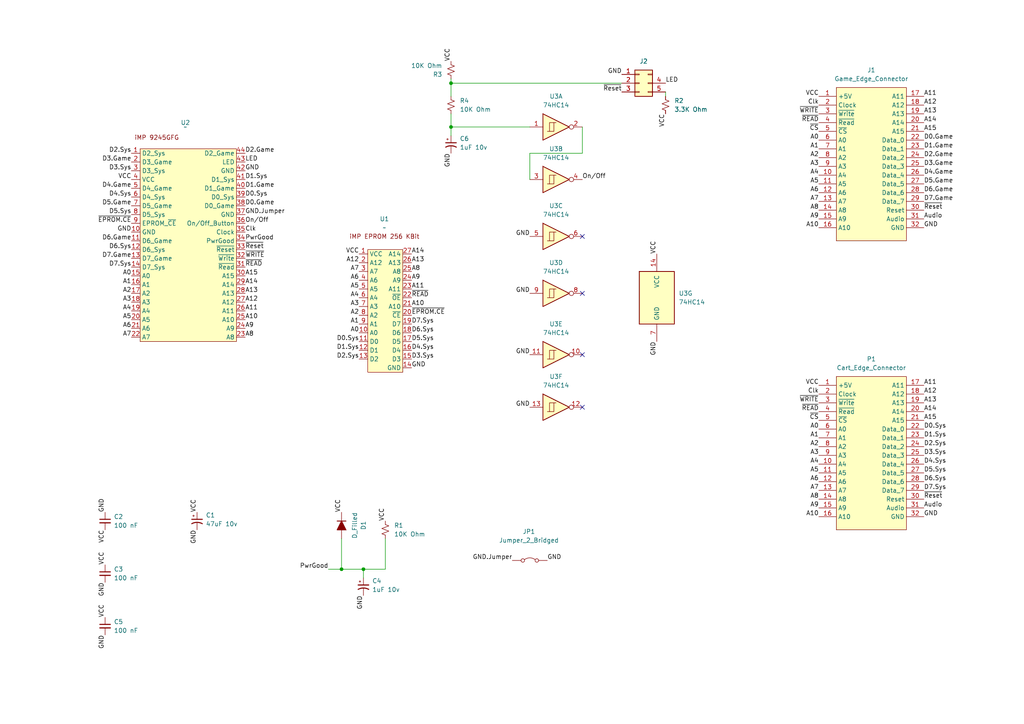
<source format=kicad_sch>
(kicad_sch
	(version 20231120)
	(generator "eeschema")
	(generator_version "8.0")
	(uuid "ed10ba9f-f4a4-4af1-808b-045e8a38cccf")
	(paper "A4")
	(lib_symbols
		(symbol "74xx:74HC14"
			(pin_names
				(offset 1.016)
			)
			(exclude_from_sim no)
			(in_bom yes)
			(on_board yes)
			(property "Reference" "U"
				(at 0 1.27 0)
				(effects
					(font
						(size 1.27 1.27)
					)
				)
			)
			(property "Value" "74HC14"
				(at 0 -1.27 0)
				(effects
					(font
						(size 1.27 1.27)
					)
				)
			)
			(property "Footprint" ""
				(at 0 0 0)
				(effects
					(font
						(size 1.27 1.27)
					)
					(hide yes)
				)
			)
			(property "Datasheet" "http://www.ti.com/lit/gpn/sn74HC14"
				(at 0 0 0)
				(effects
					(font
						(size 1.27 1.27)
					)
					(hide yes)
				)
			)
			(property "Description" "Hex inverter schmitt trigger"
				(at 0 0 0)
				(effects
					(font
						(size 1.27 1.27)
					)
					(hide yes)
				)
			)
			(property "ki_locked" ""
				(at 0 0 0)
				(effects
					(font
						(size 1.27 1.27)
					)
				)
			)
			(property "ki_keywords" "HCMOS not inverter"
				(at 0 0 0)
				(effects
					(font
						(size 1.27 1.27)
					)
					(hide yes)
				)
			)
			(property "ki_fp_filters" "DIP*W7.62mm*"
				(at 0 0 0)
				(effects
					(font
						(size 1.27 1.27)
					)
					(hide yes)
				)
			)
			(symbol "74HC14_1_0"
				(polyline
					(pts
						(xy -3.81 3.81) (xy -3.81 -3.81) (xy 3.81 0) (xy -3.81 3.81)
					)
					(stroke
						(width 0.254)
						(type default)
					)
					(fill
						(type background)
					)
				)
				(pin input line
					(at -7.62 0 0)
					(length 3.81)
					(name "~"
						(effects
							(font
								(size 1.27 1.27)
							)
						)
					)
					(number "1"
						(effects
							(font
								(size 1.27 1.27)
							)
						)
					)
				)
				(pin output inverted
					(at 7.62 0 180)
					(length 3.81)
					(name "~"
						(effects
							(font
								(size 1.27 1.27)
							)
						)
					)
					(number "2"
						(effects
							(font
								(size 1.27 1.27)
							)
						)
					)
				)
			)
			(symbol "74HC14_1_1"
				(polyline
					(pts
						(xy -1.905 -1.27) (xy -1.905 1.27) (xy -0.635 1.27)
					)
					(stroke
						(width 0)
						(type default)
					)
					(fill
						(type none)
					)
				)
				(polyline
					(pts
						(xy -2.54 -1.27) (xy -0.635 -1.27) (xy -0.635 1.27) (xy 0 1.27)
					)
					(stroke
						(width 0)
						(type default)
					)
					(fill
						(type none)
					)
				)
			)
			(symbol "74HC14_2_0"
				(polyline
					(pts
						(xy -3.81 3.81) (xy -3.81 -3.81) (xy 3.81 0) (xy -3.81 3.81)
					)
					(stroke
						(width 0.254)
						(type default)
					)
					(fill
						(type background)
					)
				)
				(pin input line
					(at -7.62 0 0)
					(length 3.81)
					(name "~"
						(effects
							(font
								(size 1.27 1.27)
							)
						)
					)
					(number "3"
						(effects
							(font
								(size 1.27 1.27)
							)
						)
					)
				)
				(pin output inverted
					(at 7.62 0 180)
					(length 3.81)
					(name "~"
						(effects
							(font
								(size 1.27 1.27)
							)
						)
					)
					(number "4"
						(effects
							(font
								(size 1.27 1.27)
							)
						)
					)
				)
			)
			(symbol "74HC14_2_1"
				(polyline
					(pts
						(xy -1.905 -1.27) (xy -1.905 1.27) (xy -0.635 1.27)
					)
					(stroke
						(width 0)
						(type default)
					)
					(fill
						(type none)
					)
				)
				(polyline
					(pts
						(xy -2.54 -1.27) (xy -0.635 -1.27) (xy -0.635 1.27) (xy 0 1.27)
					)
					(stroke
						(width 0)
						(type default)
					)
					(fill
						(type none)
					)
				)
			)
			(symbol "74HC14_3_0"
				(polyline
					(pts
						(xy -3.81 3.81) (xy -3.81 -3.81) (xy 3.81 0) (xy -3.81 3.81)
					)
					(stroke
						(width 0.254)
						(type default)
					)
					(fill
						(type background)
					)
				)
				(pin input line
					(at -7.62 0 0)
					(length 3.81)
					(name "~"
						(effects
							(font
								(size 1.27 1.27)
							)
						)
					)
					(number "5"
						(effects
							(font
								(size 1.27 1.27)
							)
						)
					)
				)
				(pin output inverted
					(at 7.62 0 180)
					(length 3.81)
					(name "~"
						(effects
							(font
								(size 1.27 1.27)
							)
						)
					)
					(number "6"
						(effects
							(font
								(size 1.27 1.27)
							)
						)
					)
				)
			)
			(symbol "74HC14_3_1"
				(polyline
					(pts
						(xy -1.905 -1.27) (xy -1.905 1.27) (xy -0.635 1.27)
					)
					(stroke
						(width 0)
						(type default)
					)
					(fill
						(type none)
					)
				)
				(polyline
					(pts
						(xy -2.54 -1.27) (xy -0.635 -1.27) (xy -0.635 1.27) (xy 0 1.27)
					)
					(stroke
						(width 0)
						(type default)
					)
					(fill
						(type none)
					)
				)
			)
			(symbol "74HC14_4_0"
				(polyline
					(pts
						(xy -3.81 3.81) (xy -3.81 -3.81) (xy 3.81 0) (xy -3.81 3.81)
					)
					(stroke
						(width 0.254)
						(type default)
					)
					(fill
						(type background)
					)
				)
				(pin output inverted
					(at 7.62 0 180)
					(length 3.81)
					(name "~"
						(effects
							(font
								(size 1.27 1.27)
							)
						)
					)
					(number "8"
						(effects
							(font
								(size 1.27 1.27)
							)
						)
					)
				)
				(pin input line
					(at -7.62 0 0)
					(length 3.81)
					(name "~"
						(effects
							(font
								(size 1.27 1.27)
							)
						)
					)
					(number "9"
						(effects
							(font
								(size 1.27 1.27)
							)
						)
					)
				)
			)
			(symbol "74HC14_4_1"
				(polyline
					(pts
						(xy -1.905 -1.27) (xy -1.905 1.27) (xy -0.635 1.27)
					)
					(stroke
						(width 0)
						(type default)
					)
					(fill
						(type none)
					)
				)
				(polyline
					(pts
						(xy -2.54 -1.27) (xy -0.635 -1.27) (xy -0.635 1.27) (xy 0 1.27)
					)
					(stroke
						(width 0)
						(type default)
					)
					(fill
						(type none)
					)
				)
			)
			(symbol "74HC14_5_0"
				(polyline
					(pts
						(xy -3.81 3.81) (xy -3.81 -3.81) (xy 3.81 0) (xy -3.81 3.81)
					)
					(stroke
						(width 0.254)
						(type default)
					)
					(fill
						(type background)
					)
				)
				(pin output inverted
					(at 7.62 0 180)
					(length 3.81)
					(name "~"
						(effects
							(font
								(size 1.27 1.27)
							)
						)
					)
					(number "10"
						(effects
							(font
								(size 1.27 1.27)
							)
						)
					)
				)
				(pin input line
					(at -7.62 0 0)
					(length 3.81)
					(name "~"
						(effects
							(font
								(size 1.27 1.27)
							)
						)
					)
					(number "11"
						(effects
							(font
								(size 1.27 1.27)
							)
						)
					)
				)
			)
			(symbol "74HC14_5_1"
				(polyline
					(pts
						(xy -1.905 -1.27) (xy -1.905 1.27) (xy -0.635 1.27)
					)
					(stroke
						(width 0)
						(type default)
					)
					(fill
						(type none)
					)
				)
				(polyline
					(pts
						(xy -2.54 -1.27) (xy -0.635 -1.27) (xy -0.635 1.27) (xy 0 1.27)
					)
					(stroke
						(width 0)
						(type default)
					)
					(fill
						(type none)
					)
				)
			)
			(symbol "74HC14_6_0"
				(polyline
					(pts
						(xy -3.81 3.81) (xy -3.81 -3.81) (xy 3.81 0) (xy -3.81 3.81)
					)
					(stroke
						(width 0.254)
						(type default)
					)
					(fill
						(type background)
					)
				)
				(pin output inverted
					(at 7.62 0 180)
					(length 3.81)
					(name "~"
						(effects
							(font
								(size 1.27 1.27)
							)
						)
					)
					(number "12"
						(effects
							(font
								(size 1.27 1.27)
							)
						)
					)
				)
				(pin input line
					(at -7.62 0 0)
					(length 3.81)
					(name "~"
						(effects
							(font
								(size 1.27 1.27)
							)
						)
					)
					(number "13"
						(effects
							(font
								(size 1.27 1.27)
							)
						)
					)
				)
			)
			(symbol "74HC14_6_1"
				(polyline
					(pts
						(xy -1.905 -1.27) (xy -1.905 1.27) (xy -0.635 1.27)
					)
					(stroke
						(width 0)
						(type default)
					)
					(fill
						(type none)
					)
				)
				(polyline
					(pts
						(xy -2.54 -1.27) (xy -0.635 -1.27) (xy -0.635 1.27) (xy 0 1.27)
					)
					(stroke
						(width 0)
						(type default)
					)
					(fill
						(type none)
					)
				)
			)
			(symbol "74HC14_7_0"
				(pin power_in line
					(at 0 12.7 270)
					(length 5.08)
					(name "VCC"
						(effects
							(font
								(size 1.27 1.27)
							)
						)
					)
					(number "14"
						(effects
							(font
								(size 1.27 1.27)
							)
						)
					)
				)
				(pin power_in line
					(at 0 -12.7 90)
					(length 5.08)
					(name "GND"
						(effects
							(font
								(size 1.27 1.27)
							)
						)
					)
					(number "7"
						(effects
							(font
								(size 1.27 1.27)
							)
						)
					)
				)
			)
			(symbol "74HC14_7_1"
				(rectangle
					(start -5.08 7.62)
					(end 5.08 -7.62)
					(stroke
						(width 0.254)
						(type default)
					)
					(fill
						(type background)
					)
				)
			)
		)
		(symbol "Connector_Generic:Conn_02x03_Counter_Clockwise"
			(pin_names
				(offset 1.016) hide)
			(exclude_from_sim no)
			(in_bom yes)
			(on_board yes)
			(property "Reference" "J5"
				(at 1.27 8.89 0)
				(effects
					(font
						(size 1.27 1.27)
					)
				)
			)
			(property "Value" "Conn_02x03_Counter_Clockwise"
				(at 1.27 6.35 0)
				(effects
					(font
						(size 1.27 1.27)
					)
				)
			)
			(property "Footprint" ""
				(at 0 0 0)
				(effects
					(font
						(size 1.27 1.27)
					)
					(hide yes)
				)
			)
			(property "Datasheet" "~"
				(at 0 0 0)
				(effects
					(font
						(size 1.27 1.27)
					)
					(hide yes)
				)
			)
			(property "Description" "Generic connector, double row, 02x03, counter clockwise pin numbering scheme (similar to DIP package numbering), script generated (kicad-library-utils/schlib/autogen/connector/)"
				(at 0 0 0)
				(effects
					(font
						(size 1.27 1.27)
					)
					(hide yes)
				)
			)
			(property "ki_keywords" "connector"
				(at 0 0 0)
				(effects
					(font
						(size 1.27 1.27)
					)
					(hide yes)
				)
			)
			(property "ki_fp_filters" "Connector*:*_2x??_*"
				(at 0 0 0)
				(effects
					(font
						(size 1.27 1.27)
					)
					(hide yes)
				)
			)
			(symbol "Conn_02x03_Counter_Clockwise_1_1"
				(rectangle
					(start -1.27 -2.413)
					(end 0 -2.667)
					(stroke
						(width 0.1524)
						(type default)
					)
					(fill
						(type none)
					)
				)
				(rectangle
					(start -1.27 0.127)
					(end 0 -0.127)
					(stroke
						(width 0.1524)
						(type default)
					)
					(fill
						(type none)
					)
				)
				(rectangle
					(start -1.27 2.667)
					(end 0 2.413)
					(stroke
						(width 0.1524)
						(type default)
					)
					(fill
						(type none)
					)
				)
				(rectangle
					(start -1.27 3.81)
					(end 3.81 -3.81)
					(stroke
						(width 0.254)
						(type default)
					)
					(fill
						(type background)
					)
				)
				(rectangle
					(start 3.81 -2.413)
					(end 2.54 -2.667)
					(stroke
						(width 0.1524)
						(type default)
					)
					(fill
						(type none)
					)
				)
				(rectangle
					(start 3.81 0.127)
					(end 2.54 -0.127)
					(stroke
						(width 0.1524)
						(type default)
					)
					(fill
						(type none)
					)
				)
				(rectangle
					(start 3.81 2.667)
					(end 2.54 2.413)
					(stroke
						(width 0.1524)
						(type default)
					)
					(fill
						(type none)
					)
				)
				(pin passive line
					(at -5.08 2.54 0)
					(length 3.81)
					(name "Pin_1"
						(effects
							(font
								(size 1.27 1.27)
							)
						)
					)
					(number "1"
						(effects
							(font
								(size 1.27 1.27)
							)
						)
					)
				)
				(pin passive line
					(at -5.08 0 0)
					(length 3.81)
					(name "Pin_2"
						(effects
							(font
								(size 1.27 1.27)
							)
						)
					)
					(number "2"
						(effects
							(font
								(size 1.27 1.27)
							)
						)
					)
				)
				(pin passive line
					(at -5.08 -2.54 0)
					(length 3.81)
					(name "Pin_3"
						(effects
							(font
								(size 1.27 1.27)
							)
						)
					)
					(number "3"
						(effects
							(font
								(size 1.27 1.27)
							)
						)
					)
				)
				(pin passive line
					(at 7.62 0 180)
					(length 3.81)
					(name "Pin_4"
						(effects
							(font
								(size 1.27 1.27)
							)
						)
					)
					(number "4"
						(effects
							(font
								(size 1.27 1.27)
							)
						)
					)
				)
				(pin passive line
					(at 7.62 -2.54 180)
					(length 3.81)
					(name "Pin_5"
						(effects
							(font
								(size 1.27 1.27)
							)
						)
					)
					(number "5"
						(effects
							(font
								(size 1.27 1.27)
							)
						)
					)
				)
			)
		)
		(symbol "Device:C_Polarized_Small_US"
			(pin_numbers hide)
			(pin_names
				(offset 0.254) hide)
			(exclude_from_sim no)
			(in_bom yes)
			(on_board yes)
			(property "Reference" "C"
				(at 0.254 1.778 0)
				(effects
					(font
						(size 1.27 1.27)
					)
					(justify left)
				)
			)
			(property "Value" "C_Polarized_Small_US"
				(at 0.254 -2.032 0)
				(effects
					(font
						(size 1.27 1.27)
					)
					(justify left)
				)
			)
			(property "Footprint" ""
				(at 0 0 0)
				(effects
					(font
						(size 1.27 1.27)
					)
					(hide yes)
				)
			)
			(property "Datasheet" "~"
				(at 0 0 0)
				(effects
					(font
						(size 1.27 1.27)
					)
					(hide yes)
				)
			)
			(property "Description" "Polarized capacitor, small US symbol"
				(at 0 0 0)
				(effects
					(font
						(size 1.27 1.27)
					)
					(hide yes)
				)
			)
			(property "ki_keywords" "cap capacitor"
				(at 0 0 0)
				(effects
					(font
						(size 1.27 1.27)
					)
					(hide yes)
				)
			)
			(property "ki_fp_filters" "CP_*"
				(at 0 0 0)
				(effects
					(font
						(size 1.27 1.27)
					)
					(hide yes)
				)
			)
			(symbol "C_Polarized_Small_US_0_1"
				(polyline
					(pts
						(xy -1.524 0.508) (xy 1.524 0.508)
					)
					(stroke
						(width 0.3048)
						(type default)
					)
					(fill
						(type none)
					)
				)
				(polyline
					(pts
						(xy -1.27 1.524) (xy -0.762 1.524)
					)
					(stroke
						(width 0)
						(type default)
					)
					(fill
						(type none)
					)
				)
				(polyline
					(pts
						(xy -1.016 1.27) (xy -1.016 1.778)
					)
					(stroke
						(width 0)
						(type default)
					)
					(fill
						(type none)
					)
				)
				(arc
					(start 1.524 -0.762)
					(mid 0 -0.3734)
					(end -1.524 -0.762)
					(stroke
						(width 0.3048)
						(type default)
					)
					(fill
						(type none)
					)
				)
			)
			(symbol "C_Polarized_Small_US_1_1"
				(pin passive line
					(at 0 2.54 270)
					(length 2.032)
					(name "~"
						(effects
							(font
								(size 1.27 1.27)
							)
						)
					)
					(number "1"
						(effects
							(font
								(size 1.27 1.27)
							)
						)
					)
				)
				(pin passive line
					(at 0 -2.54 90)
					(length 2.032)
					(name "~"
						(effects
							(font
								(size 1.27 1.27)
							)
						)
					)
					(number "2"
						(effects
							(font
								(size 1.27 1.27)
							)
						)
					)
				)
			)
		)
		(symbol "Device:C_Small"
			(pin_numbers hide)
			(pin_names
				(offset 0.254) hide)
			(exclude_from_sim no)
			(in_bom yes)
			(on_board yes)
			(property "Reference" "C"
				(at 0.254 1.778 0)
				(effects
					(font
						(size 1.27 1.27)
					)
					(justify left)
				)
			)
			(property "Value" "C_Small"
				(at 0.254 -2.032 0)
				(effects
					(font
						(size 1.27 1.27)
					)
					(justify left)
				)
			)
			(property "Footprint" ""
				(at 0 0 0)
				(effects
					(font
						(size 1.27 1.27)
					)
					(hide yes)
				)
			)
			(property "Datasheet" "~"
				(at 0 0 0)
				(effects
					(font
						(size 1.27 1.27)
					)
					(hide yes)
				)
			)
			(property "Description" "Unpolarized capacitor, small symbol"
				(at 0 0 0)
				(effects
					(font
						(size 1.27 1.27)
					)
					(hide yes)
				)
			)
			(property "ki_keywords" "capacitor cap"
				(at 0 0 0)
				(effects
					(font
						(size 1.27 1.27)
					)
					(hide yes)
				)
			)
			(property "ki_fp_filters" "C_*"
				(at 0 0 0)
				(effects
					(font
						(size 1.27 1.27)
					)
					(hide yes)
				)
			)
			(symbol "C_Small_0_1"
				(polyline
					(pts
						(xy -1.524 -0.508) (xy 1.524 -0.508)
					)
					(stroke
						(width 0.3302)
						(type default)
					)
					(fill
						(type none)
					)
				)
				(polyline
					(pts
						(xy -1.524 0.508) (xy 1.524 0.508)
					)
					(stroke
						(width 0.3048)
						(type default)
					)
					(fill
						(type none)
					)
				)
			)
			(symbol "C_Small_1_1"
				(pin passive line
					(at 0 2.54 270)
					(length 2.032)
					(name "~"
						(effects
							(font
								(size 1.27 1.27)
							)
						)
					)
					(number "1"
						(effects
							(font
								(size 1.27 1.27)
							)
						)
					)
				)
				(pin passive line
					(at 0 -2.54 90)
					(length 2.032)
					(name "~"
						(effects
							(font
								(size 1.27 1.27)
							)
						)
					)
					(number "2"
						(effects
							(font
								(size 1.27 1.27)
							)
						)
					)
				)
			)
		)
		(symbol "Device:D_Filled"
			(pin_numbers hide)
			(pin_names
				(offset 1.016) hide)
			(exclude_from_sim no)
			(in_bom yes)
			(on_board yes)
			(property "Reference" "D"
				(at 0 2.54 0)
				(effects
					(font
						(size 1.27 1.27)
					)
				)
			)
			(property "Value" "D_Filled"
				(at 0 -2.54 0)
				(effects
					(font
						(size 1.27 1.27)
					)
				)
			)
			(property "Footprint" ""
				(at 0 0 0)
				(effects
					(font
						(size 1.27 1.27)
					)
					(hide yes)
				)
			)
			(property "Datasheet" "~"
				(at 0 0 0)
				(effects
					(font
						(size 1.27 1.27)
					)
					(hide yes)
				)
			)
			(property "Description" "Diode, filled shape"
				(at 0 0 0)
				(effects
					(font
						(size 1.27 1.27)
					)
					(hide yes)
				)
			)
			(property "Sim.Device" "D"
				(at 0 0 0)
				(effects
					(font
						(size 1.27 1.27)
					)
					(hide yes)
				)
			)
			(property "Sim.Pins" "1=K 2=A"
				(at 0 0 0)
				(effects
					(font
						(size 1.27 1.27)
					)
					(hide yes)
				)
			)
			(property "ki_keywords" "diode"
				(at 0 0 0)
				(effects
					(font
						(size 1.27 1.27)
					)
					(hide yes)
				)
			)
			(property "ki_fp_filters" "TO-???* *_Diode_* *SingleDiode* D_*"
				(at 0 0 0)
				(effects
					(font
						(size 1.27 1.27)
					)
					(hide yes)
				)
			)
			(symbol "D_Filled_0_1"
				(polyline
					(pts
						(xy -1.27 1.27) (xy -1.27 -1.27)
					)
					(stroke
						(width 0.254)
						(type default)
					)
					(fill
						(type none)
					)
				)
				(polyline
					(pts
						(xy 1.27 0) (xy -1.27 0)
					)
					(stroke
						(width 0)
						(type default)
					)
					(fill
						(type none)
					)
				)
				(polyline
					(pts
						(xy 1.27 1.27) (xy 1.27 -1.27) (xy -1.27 0) (xy 1.27 1.27)
					)
					(stroke
						(width 0.254)
						(type default)
					)
					(fill
						(type outline)
					)
				)
			)
			(symbol "D_Filled_1_1"
				(pin passive line
					(at -3.81 0 0)
					(length 2.54)
					(name "K"
						(effects
							(font
								(size 1.27 1.27)
							)
						)
					)
					(number "1"
						(effects
							(font
								(size 1.27 1.27)
							)
						)
					)
				)
				(pin passive line
					(at 3.81 0 180)
					(length 2.54)
					(name "A"
						(effects
							(font
								(size 1.27 1.27)
							)
						)
					)
					(number "2"
						(effects
							(font
								(size 1.27 1.27)
							)
						)
					)
				)
			)
		)
		(symbol "Device:R_Small_US"
			(pin_numbers hide)
			(pin_names
				(offset 0.254) hide)
			(exclude_from_sim no)
			(in_bom yes)
			(on_board yes)
			(property "Reference" "R"
				(at 0.762 0.508 0)
				(effects
					(font
						(size 1.27 1.27)
					)
					(justify left)
				)
			)
			(property "Value" "R_Small_US"
				(at 0.762 -1.016 0)
				(effects
					(font
						(size 1.27 1.27)
					)
					(justify left)
				)
			)
			(property "Footprint" ""
				(at 0 0 0)
				(effects
					(font
						(size 1.27 1.27)
					)
					(hide yes)
				)
			)
			(property "Datasheet" "~"
				(at 0 0 0)
				(effects
					(font
						(size 1.27 1.27)
					)
					(hide yes)
				)
			)
			(property "Description" "Resistor, small US symbol"
				(at 0 0 0)
				(effects
					(font
						(size 1.27 1.27)
					)
					(hide yes)
				)
			)
			(property "ki_keywords" "r resistor"
				(at 0 0 0)
				(effects
					(font
						(size 1.27 1.27)
					)
					(hide yes)
				)
			)
			(property "ki_fp_filters" "R_*"
				(at 0 0 0)
				(effects
					(font
						(size 1.27 1.27)
					)
					(hide yes)
				)
			)
			(symbol "R_Small_US_1_1"
				(polyline
					(pts
						(xy 0 0) (xy 1.016 -0.381) (xy 0 -0.762) (xy -1.016 -1.143) (xy 0 -1.524)
					)
					(stroke
						(width 0)
						(type default)
					)
					(fill
						(type none)
					)
				)
				(polyline
					(pts
						(xy 0 1.524) (xy 1.016 1.143) (xy 0 0.762) (xy -1.016 0.381) (xy 0 0)
					)
					(stroke
						(width 0)
						(type default)
					)
					(fill
						(type none)
					)
				)
				(pin passive line
					(at 0 2.54 270)
					(length 1.016)
					(name "~"
						(effects
							(font
								(size 1.27 1.27)
							)
						)
					)
					(number "1"
						(effects
							(font
								(size 1.27 1.27)
							)
						)
					)
				)
				(pin passive line
					(at 0 -2.54 90)
					(length 1.016)
					(name "~"
						(effects
							(font
								(size 1.27 1.27)
							)
						)
					)
					(number "2"
						(effects
							(font
								(size 1.27 1.27)
							)
						)
					)
				)
			)
		)
		(symbol "Game Genie:Cart_Edge_Connector"
			(exclude_from_sim no)
			(in_bom yes)
			(on_board yes)
			(property "Reference" "J1"
				(at 0 15.24 0)
				(effects
					(font
						(size 1.27 1.27)
					)
				)
			)
			(property "Value" "Cart_Edge_Connector"
				(at 0 12.7 0)
				(effects
					(font
						(size 1.27 1.27)
					)
				)
			)
			(property "Footprint" "GBA:ACTUAL GAMEBOY EDGE CONNECTOR"
				(at 0.508 19.304 0)
				(effects
					(font
						(size 1.27 1.27)
					)
					(hide yes)
				)
			)
			(property "Datasheet" ""
				(at 0 0 0)
				(effects
					(font
						(size 1.27 1.27)
					)
					(hide yes)
				)
			)
			(property "Description" ""
				(at 0 0 0)
				(effects
					(font
						(size 1.27 1.27)
					)
					(hide yes)
				)
			)
			(symbol "Cart_Edge_Connector_1_1"
				(rectangle
					(start -10.16 10.16)
					(end 10.16 -34.29)
					(stroke
						(width 0)
						(type default)
					)
					(fill
						(type background)
					)
				)
				(pin power_in line
					(at -15.24 7.62 0)
					(length 5.08)
					(name "+5V"
						(effects
							(font
								(size 1.27 1.27)
							)
						)
					)
					(number "1"
						(effects
							(font
								(size 1.27 1.27)
							)
						)
					)
				)
				(pin bidirectional line
					(at -15.24 -15.24 0)
					(length 5.08)
					(name "A4"
						(effects
							(font
								(size 1.27 1.27)
							)
						)
					)
					(number "10"
						(effects
							(font
								(size 1.27 1.27)
							)
						)
					)
				)
				(pin bidirectional line
					(at -15.24 -17.78 0)
					(length 5.08)
					(name "A5"
						(effects
							(font
								(size 1.27 1.27)
							)
						)
					)
					(number "11"
						(effects
							(font
								(size 1.27 1.27)
							)
						)
					)
				)
				(pin bidirectional line
					(at -15.24 -20.32 0)
					(length 5.08)
					(name "A6"
						(effects
							(font
								(size 1.27 1.27)
							)
						)
					)
					(number "12"
						(effects
							(font
								(size 1.27 1.27)
							)
						)
					)
				)
				(pin bidirectional line
					(at -15.24 -22.86 0)
					(length 5.08)
					(name "A7"
						(effects
							(font
								(size 1.27 1.27)
							)
						)
					)
					(number "13"
						(effects
							(font
								(size 1.27 1.27)
							)
						)
					)
				)
				(pin bidirectional line
					(at -15.24 -25.4 0)
					(length 5.08)
					(name "A8"
						(effects
							(font
								(size 1.27 1.27)
							)
						)
					)
					(number "14"
						(effects
							(font
								(size 1.27 1.27)
							)
						)
					)
				)
				(pin bidirectional line
					(at -15.24 -27.94 0)
					(length 5.08)
					(name "A9"
						(effects
							(font
								(size 1.27 1.27)
							)
						)
					)
					(number "15"
						(effects
							(font
								(size 1.27 1.27)
							)
						)
					)
				)
				(pin bidirectional line
					(at -15.24 -30.48 0)
					(length 5.08)
					(name "A10"
						(effects
							(font
								(size 1.27 1.27)
							)
						)
					)
					(number "16"
						(effects
							(font
								(size 1.27 1.27)
							)
						)
					)
				)
				(pin bidirectional line
					(at 15.24 7.62 180)
					(length 5.08)
					(name "A11"
						(effects
							(font
								(size 1.27 1.27)
							)
						)
					)
					(number "17"
						(effects
							(font
								(size 1.27 1.27)
							)
						)
					)
				)
				(pin bidirectional line
					(at 15.24 5.08 180)
					(length 5.08)
					(name "A12"
						(effects
							(font
								(size 1.27 1.27)
							)
						)
					)
					(number "18"
						(effects
							(font
								(size 1.27 1.27)
							)
						)
					)
				)
				(pin bidirectional line
					(at 15.24 2.54 180)
					(length 5.08)
					(name "A13"
						(effects
							(font
								(size 1.27 1.27)
							)
						)
					)
					(number "19"
						(effects
							(font
								(size 1.27 1.27)
							)
						)
					)
				)
				(pin bidirectional line
					(at -15.24 5.08 0)
					(length 5.08)
					(name "Clock"
						(effects
							(font
								(size 1.27 1.27)
							)
						)
					)
					(number "2"
						(effects
							(font
								(size 1.27 1.27)
							)
						)
					)
				)
				(pin bidirectional line
					(at 15.24 0 180)
					(length 5.08)
					(name "A14"
						(effects
							(font
								(size 1.27 1.27)
							)
						)
					)
					(number "20"
						(effects
							(font
								(size 1.27 1.27)
							)
						)
					)
				)
				(pin bidirectional line
					(at 15.24 -2.54 180)
					(length 5.08)
					(name "A15"
						(effects
							(font
								(size 1.27 1.27)
							)
						)
					)
					(number "21"
						(effects
							(font
								(size 1.27 1.27)
							)
						)
					)
				)
				(pin bidirectional line
					(at 15.24 -5.08 180)
					(length 5.08)
					(name "Data_0"
						(effects
							(font
								(size 1.27 1.27)
							)
						)
					)
					(number "22"
						(effects
							(font
								(size 1.27 1.27)
							)
						)
					)
				)
				(pin bidirectional line
					(at 15.24 -7.62 180)
					(length 5.08)
					(name "Data_1"
						(effects
							(font
								(size 1.27 1.27)
							)
						)
					)
					(number "23"
						(effects
							(font
								(size 1.27 1.27)
							)
						)
					)
				)
				(pin bidirectional line
					(at 15.24 -10.16 180)
					(length 5.08)
					(name "Data_2"
						(effects
							(font
								(size 1.27 1.27)
							)
						)
					)
					(number "24"
						(effects
							(font
								(size 1.27 1.27)
							)
						)
					)
				)
				(pin bidirectional line
					(at 15.24 -12.7 180)
					(length 5.08)
					(name "Data_3"
						(effects
							(font
								(size 1.27 1.27)
							)
						)
					)
					(number "25"
						(effects
							(font
								(size 1.27 1.27)
							)
						)
					)
				)
				(pin bidirectional line
					(at 15.24 -15.24 180)
					(length 5.08)
					(name "Data_4"
						(effects
							(font
								(size 1.27 1.27)
							)
						)
					)
					(number "26"
						(effects
							(font
								(size 1.27 1.27)
							)
						)
					)
				)
				(pin bidirectional line
					(at 15.24 -17.78 180)
					(length 5.08)
					(name "Data_5"
						(effects
							(font
								(size 1.27 1.27)
							)
						)
					)
					(number "27"
						(effects
							(font
								(size 1.27 1.27)
							)
						)
					)
				)
				(pin bidirectional line
					(at 15.24 -20.32 180)
					(length 5.08)
					(name "Data_6"
						(effects
							(font
								(size 1.27 1.27)
							)
						)
					)
					(number "28"
						(effects
							(font
								(size 1.27 1.27)
							)
						)
					)
				)
				(pin bidirectional line
					(at 15.24 -22.86 180)
					(length 5.08)
					(name "Data_7"
						(effects
							(font
								(size 1.27 1.27)
							)
						)
					)
					(number "29"
						(effects
							(font
								(size 1.27 1.27)
							)
						)
					)
				)
				(pin bidirectional line
					(at -15.24 2.54 0)
					(length 5.08)
					(name "~{Write}"
						(effects
							(font
								(size 1.27 1.27)
							)
						)
					)
					(number "3"
						(effects
							(font
								(size 1.27 1.27)
							)
						)
					)
				)
				(pin bidirectional line
					(at 15.24 -25.4 180)
					(length 5.08)
					(name "Reset"
						(effects
							(font
								(size 1.27 1.27)
							)
						)
					)
					(number "30"
						(effects
							(font
								(size 1.27 1.27)
							)
						)
					)
				)
				(pin bidirectional line
					(at 15.24 -27.94 180)
					(length 5.08)
					(name "Audio"
						(effects
							(font
								(size 1.27 1.27)
							)
						)
					)
					(number "31"
						(effects
							(font
								(size 1.27 1.27)
							)
						)
					)
				)
				(pin bidirectional line
					(at 15.24 -30.48 180)
					(length 5.08)
					(name "GND"
						(effects
							(font
								(size 1.27 1.27)
							)
						)
					)
					(number "32"
						(effects
							(font
								(size 1.27 1.27)
							)
						)
					)
				)
				(pin bidirectional line
					(at -15.24 0 0)
					(length 5.08)
					(name "~{Read}"
						(effects
							(font
								(size 1.27 1.27)
							)
						)
					)
					(number "4"
						(effects
							(font
								(size 1.27 1.27)
							)
						)
					)
				)
				(pin bidirectional line
					(at -15.24 -2.54 0)
					(length 5.08)
					(name "~{CS}"
						(effects
							(font
								(size 1.27 1.27)
							)
						)
					)
					(number "5"
						(effects
							(font
								(size 1.27 1.27)
							)
						)
					)
				)
				(pin bidirectional line
					(at -15.24 -5.08 0)
					(length 5.08)
					(name "A0"
						(effects
							(font
								(size 1.27 1.27)
							)
						)
					)
					(number "6"
						(effects
							(font
								(size 1.27 1.27)
							)
						)
					)
				)
				(pin bidirectional line
					(at -15.24 -7.62 0)
					(length 5.08)
					(name "A1"
						(effects
							(font
								(size 1.27 1.27)
							)
						)
					)
					(number "7"
						(effects
							(font
								(size 1.27 1.27)
							)
						)
					)
				)
				(pin bidirectional line
					(at -15.24 -10.16 0)
					(length 5.08)
					(name "A2"
						(effects
							(font
								(size 1.27 1.27)
							)
						)
					)
					(number "8"
						(effects
							(font
								(size 1.27 1.27)
							)
						)
					)
				)
				(pin bidirectional line
					(at -15.24 -12.7 0)
					(length 5.08)
					(name "A3"
						(effects
							(font
								(size 1.27 1.27)
							)
						)
					)
					(number "9"
						(effects
							(font
								(size 1.27 1.27)
							)
						)
					)
				)
			)
		)
		(symbol "Game Genie:iMP_9245GFG"
			(exclude_from_sim no)
			(in_bom yes)
			(on_board yes)
			(property "Reference" "U1"
				(at 7.366 8.89 0)
				(effects
					(font
						(size 1.27 1.27)
					)
				)
			)
			(property "Value" "~"
				(at 7.366 7.62 0)
				(effects
					(font
						(size 1.27 1.27)
					)
				)
			)
			(property "Footprint" ""
				(at 0 0 0)
				(effects
					(font
						(size 1.27 1.27)
					)
					(hide yes)
				)
			)
			(property "Datasheet" ""
				(at 0 0 0)
				(effects
					(font
						(size 1.27 1.27)
					)
					(hide yes)
				)
			)
			(property "Description" ""
				(at 0 0 0)
				(effects
					(font
						(size 1.27 1.27)
					)
					(hide yes)
				)
			)
			(symbol "iMP_9245GFG_0_0"
				(pin bidirectional line
					(at 0 0 0)
					(length 2.54)
					(name "D2_Sys"
						(effects
							(font
								(size 1.27 1.27)
							)
						)
					)
					(number "1"
						(effects
							(font
								(size 1.27 1.27)
							)
						)
					)
				)
				(pin power_in line
					(at 0 -22.86 0)
					(length 2.54)
					(name "GND"
						(effects
							(font
								(size 1.27 1.27)
							)
						)
					)
					(number "10"
						(effects
							(font
								(size 1.27 1.27)
							)
						)
					)
				)
				(pin bidirectional line
					(at 0 -25.4 0)
					(length 2.54)
					(name "D6_Game"
						(effects
							(font
								(size 1.27 1.27)
							)
						)
					)
					(number "11"
						(effects
							(font
								(size 1.27 1.27)
							)
						)
					)
				)
				(pin bidirectional line
					(at 0 -27.94 0)
					(length 2.54)
					(name "D6_Sys"
						(effects
							(font
								(size 1.27 1.27)
							)
						)
					)
					(number "12"
						(effects
							(font
								(size 1.27 1.27)
							)
						)
					)
				)
				(pin bidirectional line
					(at 0 -30.48 0)
					(length 2.54)
					(name "D7_Game"
						(effects
							(font
								(size 1.27 1.27)
							)
						)
					)
					(number "13"
						(effects
							(font
								(size 1.27 1.27)
							)
						)
					)
				)
				(pin bidirectional line
					(at 0 -33.02 0)
					(length 2.54)
					(name "D7_Sys"
						(effects
							(font
								(size 1.27 1.27)
							)
						)
					)
					(number "14"
						(effects
							(font
								(size 1.27 1.27)
							)
						)
					)
				)
				(pin input line
					(at 0 -35.56 0)
					(length 2.54)
					(name "A0"
						(effects
							(font
								(size 1.27 1.27)
							)
						)
					)
					(number "15"
						(effects
							(font
								(size 1.27 1.27)
							)
						)
					)
				)
				(pin input line
					(at 0 -38.1 0)
					(length 2.54)
					(name "A1"
						(effects
							(font
								(size 1.27 1.27)
							)
						)
					)
					(number "16"
						(effects
							(font
								(size 1.27 1.27)
							)
						)
					)
				)
				(pin input line
					(at 0 -40.64 0)
					(length 2.54)
					(name "A2"
						(effects
							(font
								(size 1.27 1.27)
							)
						)
					)
					(number "17"
						(effects
							(font
								(size 1.27 1.27)
							)
						)
					)
				)
				(pin input line
					(at 0 -43.18 0)
					(length 2.54)
					(name "A3"
						(effects
							(font
								(size 1.27 1.27)
							)
						)
					)
					(number "18"
						(effects
							(font
								(size 1.27 1.27)
							)
						)
					)
				)
				(pin input line
					(at 0 -45.72 0)
					(length 2.54)
					(name "A4"
						(effects
							(font
								(size 1.27 1.27)
							)
						)
					)
					(number "19"
						(effects
							(font
								(size 1.27 1.27)
							)
						)
					)
				)
				(pin bidirectional line
					(at 0 -2.54 0)
					(length 2.54)
					(name "D3_Game"
						(effects
							(font
								(size 1.27 1.27)
							)
						)
					)
					(number "2"
						(effects
							(font
								(size 1.27 1.27)
							)
						)
					)
				)
				(pin input line
					(at 0 -48.26 0)
					(length 2.54)
					(name "A5"
						(effects
							(font
								(size 1.27 1.27)
							)
						)
					)
					(number "20"
						(effects
							(font
								(size 1.27 1.27)
							)
						)
					)
				)
				(pin input line
					(at 0 -50.8 0)
					(length 2.54)
					(name "A6"
						(effects
							(font
								(size 1.27 1.27)
							)
						)
					)
					(number "21"
						(effects
							(font
								(size 1.27 1.27)
							)
						)
					)
				)
				(pin input line
					(at 0 -53.34 0)
					(length 2.54)
					(name "A7"
						(effects
							(font
								(size 1.27 1.27)
							)
						)
					)
					(number "22"
						(effects
							(font
								(size 1.27 1.27)
							)
						)
					)
				)
				(pin input line
					(at 33.02 -53.34 180)
					(length 2.54)
					(name "A8"
						(effects
							(font
								(size 1.27 1.27)
							)
						)
					)
					(number "23"
						(effects
							(font
								(size 1.27 1.27)
							)
						)
					)
				)
				(pin input line
					(at 33.02 -50.8 180)
					(length 2.54)
					(name "A9"
						(effects
							(font
								(size 1.27 1.27)
							)
						)
					)
					(number "24"
						(effects
							(font
								(size 1.27 1.27)
							)
						)
					)
				)
				(pin input line
					(at 33.02 -48.26 180)
					(length 2.54)
					(name "A10"
						(effects
							(font
								(size 1.27 1.27)
							)
						)
					)
					(number "25"
						(effects
							(font
								(size 1.27 1.27)
							)
						)
					)
				)
				(pin input line
					(at 33.02 -45.72 180)
					(length 2.54)
					(name "A11"
						(effects
							(font
								(size 1.27 1.27)
							)
						)
					)
					(number "26"
						(effects
							(font
								(size 1.27 1.27)
							)
						)
					)
				)
				(pin input line
					(at 33.02 -43.18 180)
					(length 2.54)
					(name "A12"
						(effects
							(font
								(size 1.27 1.27)
							)
						)
					)
					(number "27"
						(effects
							(font
								(size 1.27 1.27)
							)
						)
					)
				)
				(pin input line
					(at 33.02 -40.64 180)
					(length 2.54)
					(name "A13"
						(effects
							(font
								(size 1.27 1.27)
							)
						)
					)
					(number "28"
						(effects
							(font
								(size 1.27 1.27)
							)
						)
					)
				)
				(pin input line
					(at 33.02 -38.1 180)
					(length 2.54)
					(name "A14"
						(effects
							(font
								(size 1.27 1.27)
							)
						)
					)
					(number "29"
						(effects
							(font
								(size 1.27 1.27)
							)
						)
					)
				)
				(pin bidirectional line
					(at 0 -5.08 0)
					(length 2.54)
					(name "D3_Sys"
						(effects
							(font
								(size 1.27 1.27)
							)
						)
					)
					(number "3"
						(effects
							(font
								(size 1.27 1.27)
							)
						)
					)
				)
				(pin input line
					(at 33.02 -35.56 180)
					(length 2.54)
					(name "A15"
						(effects
							(font
								(size 1.27 1.27)
							)
						)
					)
					(number "30"
						(effects
							(font
								(size 1.27 1.27)
							)
						)
					)
				)
				(pin input line
					(at 33.02 -33.02 180)
					(length 2.54)
					(name "~{Read}"
						(effects
							(font
								(size 1.27 1.27)
							)
						)
					)
					(number "31"
						(effects
							(font
								(size 1.27 1.27)
							)
						)
					)
				)
				(pin input line
					(at 33.02 -30.48 180)
					(length 2.54)
					(name "~{Write}"
						(effects
							(font
								(size 1.27 1.27)
							)
						)
					)
					(number "32"
						(effects
							(font
								(size 1.27 1.27)
							)
						)
					)
				)
				(pin input line
					(at 33.02 -27.94 180)
					(length 2.54)
					(name "~{Reset}"
						(effects
							(font
								(size 1.27 1.27)
							)
						)
					)
					(number "33"
						(effects
							(font
								(size 1.27 1.27)
							)
						)
					)
				)
				(pin input line
					(at 33.02 -22.86 180)
					(length 2.54)
					(name "Clock"
						(effects
							(font
								(size 1.27 1.27)
							)
						)
					)
					(number "35"
						(effects
							(font
								(size 1.27 1.27)
							)
						)
					)
				)
				(pin power_in line
					(at 33.02 -17.78 180)
					(length 2.54)
					(name "GND"
						(effects
							(font
								(size 1.27 1.27)
							)
						)
					)
					(number "37"
						(effects
							(font
								(size 1.27 1.27)
							)
						)
					)
				)
				(pin bidirectional line
					(at 33.02 -15.24 180)
					(length 2.54)
					(name "D0_Game"
						(effects
							(font
								(size 1.27 1.27)
							)
						)
					)
					(number "38"
						(effects
							(font
								(size 1.27 1.27)
							)
						)
					)
				)
				(pin bidirectional line
					(at 33.02 -12.7 180)
					(length 2.54)
					(name "D0_Sys"
						(effects
							(font
								(size 1.27 1.27)
							)
						)
					)
					(number "39"
						(effects
							(font
								(size 1.27 1.27)
							)
						)
					)
				)
				(pin power_in line
					(at 0 -7.62 0)
					(length 2.54)
					(name "VCC"
						(effects
							(font
								(size 1.27 1.27)
							)
						)
					)
					(number "4"
						(effects
							(font
								(size 1.27 1.27)
							)
						)
					)
				)
				(pin bidirectional line
					(at 33.02 -10.16 180)
					(length 2.54)
					(name "D1_Game"
						(effects
							(font
								(size 1.27 1.27)
							)
						)
					)
					(number "40"
						(effects
							(font
								(size 1.27 1.27)
							)
						)
					)
				)
				(pin bidirectional line
					(at 33.02 -7.62 180)
					(length 2.54)
					(name "D1_Sys"
						(effects
							(font
								(size 1.27 1.27)
							)
						)
					)
					(number "41"
						(effects
							(font
								(size 1.27 1.27)
							)
						)
					)
				)
				(pin power_in line
					(at 33.02 -5.08 180)
					(length 2.54)
					(name "GND"
						(effects
							(font
								(size 1.27 1.27)
							)
						)
					)
					(number "42"
						(effects
							(font
								(size 1.27 1.27)
							)
						)
					)
				)
				(pin output line
					(at 33.02 -2.54 180)
					(length 2.54)
					(name "LED"
						(effects
							(font
								(size 1.27 1.27)
							)
						)
					)
					(number "43"
						(effects
							(font
								(size 1.27 1.27)
							)
						)
					)
				)
				(pin bidirectional line
					(at 33.02 0 180)
					(length 2.54)
					(name "D2_Game"
						(effects
							(font
								(size 1.27 1.27)
							)
						)
					)
					(number "44"
						(effects
							(font
								(size 1.27 1.27)
							)
						)
					)
				)
				(pin bidirectional line
					(at 0 -10.16 0)
					(length 2.54)
					(name "D4_Game"
						(effects
							(font
								(size 1.27 1.27)
							)
						)
					)
					(number "5"
						(effects
							(font
								(size 1.27 1.27)
							)
						)
					)
				)
				(pin bidirectional line
					(at 0 -12.7 0)
					(length 2.54)
					(name "D4_Sys"
						(effects
							(font
								(size 1.27 1.27)
							)
						)
					)
					(number "6"
						(effects
							(font
								(size 1.27 1.27)
							)
						)
					)
				)
				(pin bidirectional line
					(at 0 -15.24 0)
					(length 2.54)
					(name "D5_Game"
						(effects
							(font
								(size 1.27 1.27)
							)
						)
					)
					(number "7"
						(effects
							(font
								(size 1.27 1.27)
							)
						)
					)
				)
				(pin bidirectional line
					(at 0 -17.78 0)
					(length 2.54)
					(name "D5_Sys"
						(effects
							(font
								(size 1.27 1.27)
							)
						)
					)
					(number "8"
						(effects
							(font
								(size 1.27 1.27)
							)
						)
					)
				)
				(pin output line
					(at 0 -20.32 0)
					(length 2.54)
					(name "EPROM_~{CE}"
						(effects
							(font
								(size 1.27 1.27)
							)
						)
					)
					(number "9"
						(effects
							(font
								(size 1.27 1.27)
							)
						)
					)
				)
			)
			(symbol "iMP_9245GFG_1_0"
				(pin input line
					(at 33.02 -25.4 180)
					(length 2.54)
					(name "PwrGood"
						(effects
							(font
								(size 1.27 1.27)
							)
						)
					)
					(number "34"
						(effects
							(font
								(size 1.27 1.27)
							)
						)
					)
				)
				(pin input line
					(at 33.02 -20.32 180)
					(length 2.54)
					(name "On/Off_Button"
						(effects
							(font
								(size 1.27 1.27)
							)
						)
					)
					(number "36"
						(effects
							(font
								(size 1.27 1.27)
							)
						)
					)
				)
			)
			(symbol "iMP_9245GFG_1_1"
				(rectangle
					(start 2.54 1.27)
					(end 30.48 -54.61)
					(stroke
						(width 0)
						(type default)
					)
					(fill
						(type background)
					)
				)
				(text "iMP 9245GFG"
					(at 7.366 4.572 0)
					(effects
						(font
							(size 1.27 1.27)
						)
					)
				)
			)
		)
		(symbol "Game Genie:iMP_EPROM"
			(exclude_from_sim no)
			(in_bom yes)
			(on_board yes)
			(property "Reference" "U2"
				(at 7.366 10.16 0)
				(effects
					(font
						(size 1.27 1.27)
					)
				)
			)
			(property "Value" "~"
				(at 7.366 7.62 0)
				(effects
					(font
						(size 1.27 1.27)
					)
				)
			)
			(property "Footprint" ""
				(at 0 0 0)
				(effects
					(font
						(size 1.27 1.27)
					)
					(hide yes)
				)
			)
			(property "Datasheet" ""
				(at 0 0 0)
				(effects
					(font
						(size 1.27 1.27)
					)
					(hide yes)
				)
			)
			(property "Description" ""
				(at 0 0 0)
				(effects
					(font
						(size 1.27 1.27)
					)
					(hide yes)
				)
			)
			(symbol "iMP_EPROM_0_0"
				(pin input line
					(at 0 -22.86 0)
					(length 2.54)
					(name "A0"
						(effects
							(font
								(size 1.27 1.27)
							)
						)
					)
					(number "10"
						(effects
							(font
								(size 1.27 1.27)
							)
						)
					)
				)
				(pin bidirectional line
					(at 0 -25.4 0)
					(length 2.54)
					(name "D0"
						(effects
							(font
								(size 1.27 1.27)
							)
						)
					)
					(number "11"
						(effects
							(font
								(size 1.27 1.27)
							)
						)
					)
				)
				(pin bidirectional line
					(at 0 -27.94 0)
					(length 2.54)
					(name "D1"
						(effects
							(font
								(size 1.27 1.27)
							)
						)
					)
					(number "12"
						(effects
							(font
								(size 1.27 1.27)
							)
						)
					)
				)
				(pin bidirectional line
					(at 0 -30.48 0)
					(length 2.54)
					(name "D2"
						(effects
							(font
								(size 1.27 1.27)
							)
						)
					)
					(number "13"
						(effects
							(font
								(size 1.27 1.27)
							)
						)
					)
				)
				(pin power_in line
					(at 15.24 -33.02 180)
					(length 2.54)
					(name "GND"
						(effects
							(font
								(size 1.27 1.27)
							)
						)
					)
					(number "14"
						(effects
							(font
								(size 1.27 1.27)
							)
						)
					)
				)
				(pin bidirectional line
					(at 15.24 -30.48 180)
					(length 2.54)
					(name "D3"
						(effects
							(font
								(size 1.27 1.27)
							)
						)
					)
					(number "15"
						(effects
							(font
								(size 1.27 1.27)
							)
						)
					)
				)
				(pin bidirectional line
					(at 15.24 -27.94 180)
					(length 2.54)
					(name "D4"
						(effects
							(font
								(size 1.27 1.27)
							)
						)
					)
					(number "16"
						(effects
							(font
								(size 1.27 1.27)
							)
						)
					)
				)
				(pin bidirectional line
					(at 15.24 -25.4 180)
					(length 2.54)
					(name "D5"
						(effects
							(font
								(size 1.27 1.27)
							)
						)
					)
					(number "17"
						(effects
							(font
								(size 1.27 1.27)
							)
						)
					)
				)
				(pin bidirectional line
					(at 15.24 -22.86 180)
					(length 2.54)
					(name "D6"
						(effects
							(font
								(size 1.27 1.27)
							)
						)
					)
					(number "18"
						(effects
							(font
								(size 1.27 1.27)
							)
						)
					)
				)
				(pin bidirectional line
					(at 15.24 -20.32 180)
					(length 2.54)
					(name "D7"
						(effects
							(font
								(size 1.27 1.27)
							)
						)
					)
					(number "19"
						(effects
							(font
								(size 1.27 1.27)
							)
						)
					)
				)
				(pin input line
					(at 15.24 -17.78 180)
					(length 2.54)
					(name "~{CE}"
						(effects
							(font
								(size 1.27 1.27)
							)
						)
					)
					(number "20"
						(effects
							(font
								(size 1.27 1.27)
							)
						)
					)
				)
				(pin input line
					(at 15.24 -15.24 180)
					(length 2.54)
					(name "A10"
						(effects
							(font
								(size 1.27 1.27)
							)
						)
					)
					(number "21"
						(effects
							(font
								(size 1.27 1.27)
							)
						)
					)
				)
				(pin input line
					(at 15.24 -12.7 180)
					(length 2.54)
					(name "~{OE}"
						(effects
							(font
								(size 1.27 1.27)
							)
						)
					)
					(number "22"
						(effects
							(font
								(size 1.27 1.27)
							)
						)
					)
				)
				(pin input line
					(at 15.24 -10.16 180)
					(length 2.54)
					(name "A11"
						(effects
							(font
								(size 1.27 1.27)
							)
						)
					)
					(number "23"
						(effects
							(font
								(size 1.27 1.27)
							)
						)
					)
				)
				(pin input line
					(at 15.24 -7.62 180)
					(length 2.54)
					(name "A9"
						(effects
							(font
								(size 1.27 1.27)
							)
						)
					)
					(number "24"
						(effects
							(font
								(size 1.27 1.27)
							)
						)
					)
				)
				(pin input line
					(at 15.24 -5.08 180)
					(length 2.54)
					(name "A8"
						(effects
							(font
								(size 1.27 1.27)
							)
						)
					)
					(number "25"
						(effects
							(font
								(size 1.27 1.27)
							)
						)
					)
				)
				(pin input line
					(at 15.24 -2.54 180)
					(length 2.54)
					(name "A13"
						(effects
							(font
								(size 1.27 1.27)
							)
						)
					)
					(number "26"
						(effects
							(font
								(size 1.27 1.27)
							)
						)
					)
				)
				(pin input line
					(at 15.24 0 180)
					(length 2.54)
					(name "A14"
						(effects
							(font
								(size 1.27 1.27)
							)
						)
					)
					(number "27"
						(effects
							(font
								(size 1.27 1.27)
							)
						)
					)
				)
				(pin output line
					(at 0 -7.62 0)
					(length 2.54)
					(name "A6"
						(effects
							(font
								(size 1.27 1.27)
							)
						)
					)
					(number "4"
						(effects
							(font
								(size 1.27 1.27)
							)
						)
					)
				)
				(pin input line
					(at 0 -10.16 0)
					(length 2.54)
					(name "A5"
						(effects
							(font
								(size 1.27 1.27)
							)
						)
					)
					(number "5"
						(effects
							(font
								(size 1.27 1.27)
							)
						)
					)
				)
				(pin input line
					(at 0 -12.7 0)
					(length 2.54)
					(name "A4"
						(effects
							(font
								(size 1.27 1.27)
							)
						)
					)
					(number "6"
						(effects
							(font
								(size 1.27 1.27)
							)
						)
					)
				)
				(pin input line
					(at 0 -15.24 0)
					(length 2.54)
					(name "A3"
						(effects
							(font
								(size 1.27 1.27)
							)
						)
					)
					(number "7"
						(effects
							(font
								(size 1.27 1.27)
							)
						)
					)
				)
				(pin input line
					(at 0 -17.78 0)
					(length 2.54)
					(name "A2"
						(effects
							(font
								(size 1.27 1.27)
							)
						)
					)
					(number "8"
						(effects
							(font
								(size 1.27 1.27)
							)
						)
					)
				)
				(pin input line
					(at 0 -20.32 0)
					(length 2.54)
					(name "A1"
						(effects
							(font
								(size 1.27 1.27)
							)
						)
					)
					(number "9"
						(effects
							(font
								(size 1.27 1.27)
							)
						)
					)
				)
			)
			(symbol "iMP_EPROM_1_0"
				(pin power_in line
					(at 0 0 0)
					(length 2.54)
					(name "VCC"
						(effects
							(font
								(size 1.27 1.27)
							)
						)
					)
					(number "1"
						(effects
							(font
								(size 1.27 1.27)
							)
						)
					)
				)
				(pin input line
					(at 0 -2.54 0)
					(length 2.54)
					(name "A12"
						(effects
							(font
								(size 1.27 1.27)
							)
						)
					)
					(number "2"
						(effects
							(font
								(size 1.27 1.27)
							)
						)
					)
				)
				(pin input line
					(at 0 -5.08 0)
					(length 2.54)
					(name "A7"
						(effects
							(font
								(size 1.27 1.27)
							)
						)
					)
					(number "3"
						(effects
							(font
								(size 1.27 1.27)
							)
						)
					)
				)
			)
			(symbol "iMP_EPROM_1_1"
				(rectangle
					(start 2.54 1.27)
					(end 12.7 -34.29)
					(stroke
						(width 0)
						(type default)
					)
					(fill
						(type background)
					)
				)
				(text "iMP EPROM 256 KBit"
					(at 7.366 5.08 0)
					(effects
						(font
							(size 1.27 1.27)
						)
					)
				)
			)
		)
		(symbol "Jumper:Jumper_2_Bridged"
			(pin_numbers hide)
			(pin_names
				(offset 0) hide)
			(exclude_from_sim yes)
			(in_bom yes)
			(on_board yes)
			(property "Reference" "JP"
				(at 0 1.905 0)
				(effects
					(font
						(size 1.27 1.27)
					)
				)
			)
			(property "Value" "Jumper_2_Bridged"
				(at 0 -2.54 0)
				(effects
					(font
						(size 1.27 1.27)
					)
				)
			)
			(property "Footprint" ""
				(at 0 0 0)
				(effects
					(font
						(size 1.27 1.27)
					)
					(hide yes)
				)
			)
			(property "Datasheet" "~"
				(at 0 0 0)
				(effects
					(font
						(size 1.27 1.27)
					)
					(hide yes)
				)
			)
			(property "Description" "Jumper, 2-pole, closed/bridged"
				(at 0 0 0)
				(effects
					(font
						(size 1.27 1.27)
					)
					(hide yes)
				)
			)
			(property "ki_keywords" "Jumper SPST"
				(at 0 0 0)
				(effects
					(font
						(size 1.27 1.27)
					)
					(hide yes)
				)
			)
			(property "ki_fp_filters" "Jumper* TestPoint*2Pads* TestPoint*Bridge*"
				(at 0 0 0)
				(effects
					(font
						(size 1.27 1.27)
					)
					(hide yes)
				)
			)
			(symbol "Jumper_2_Bridged_0_0"
				(circle
					(center -2.032 0)
					(radius 0.508)
					(stroke
						(width 0)
						(type default)
					)
					(fill
						(type none)
					)
				)
				(circle
					(center 2.032 0)
					(radius 0.508)
					(stroke
						(width 0)
						(type default)
					)
					(fill
						(type none)
					)
				)
			)
			(symbol "Jumper_2_Bridged_0_1"
				(arc
					(start 1.524 0.254)
					(mid 0 0.762)
					(end -1.524 0.254)
					(stroke
						(width 0)
						(type default)
					)
					(fill
						(type none)
					)
				)
			)
			(symbol "Jumper_2_Bridged_1_1"
				(pin passive line
					(at -5.08 0 0)
					(length 2.54)
					(name "A"
						(effects
							(font
								(size 1.27 1.27)
							)
						)
					)
					(number "1"
						(effects
							(font
								(size 1.27 1.27)
							)
						)
					)
				)
				(pin passive line
					(at 5.08 0 180)
					(length 2.54)
					(name "B"
						(effects
							(font
								(size 1.27 1.27)
							)
						)
					)
					(number "2"
						(effects
							(font
								(size 1.27 1.27)
							)
						)
					)
				)
			)
		)
	)
	(junction
		(at 130.81 24.13)
		(diameter 0)
		(color 0 0 0 0)
		(uuid "1cff8c3a-da9e-48b7-a2d9-b090c0197d0e")
	)
	(junction
		(at 99.06 165.1)
		(diameter 0)
		(color 0 0 0 0)
		(uuid "2546979c-b1b6-453a-b2dc-f4da365ecf3a")
	)
	(junction
		(at 105.41 165.1)
		(diameter 0)
		(color 0 0 0 0)
		(uuid "4b66ab74-eadd-4dab-8ea8-93fe2ef17e7e")
	)
	(junction
		(at 130.81 36.83)
		(diameter 0)
		(color 0 0 0 0)
		(uuid "749d647a-3de5-42db-9153-5cd69782e97c")
	)
	(no_connect
		(at 168.91 85.09)
		(uuid "3233680c-7aac-455b-8280-6a125b56241c")
	)
	(no_connect
		(at 168.91 118.11)
		(uuid "3c47f32e-2665-4813-9bd1-9fcac122c0ae")
	)
	(no_connect
		(at 168.91 68.58)
		(uuid "4e3254ac-1ece-4bac-b50a-083811856ee8")
	)
	(no_connect
		(at 168.91 102.87)
		(uuid "c23716eb-c583-4012-9722-db012dd51c13")
	)
	(wire
		(pts
			(xy 193.04 26.67) (xy 193.04 27.94)
		)
		(stroke
			(width 0)
			(type default)
		)
		(uuid "00fe3a9e-f98b-4c40-b9b1-b0be403a128a")
	)
	(wire
		(pts
			(xy 153.67 36.83) (xy 130.81 36.83)
		)
		(stroke
			(width 0)
			(type default)
		)
		(uuid "1d183f9c-1145-4caa-9ab4-ca60bc049873")
	)
	(wire
		(pts
			(xy 99.06 156.21) (xy 99.06 165.1)
		)
		(stroke
			(width 0)
			(type default)
		)
		(uuid "23486f3c-6279-4f76-9958-169351e82435")
	)
	(wire
		(pts
			(xy 168.91 44.45) (xy 153.67 44.45)
		)
		(stroke
			(width 0)
			(type default)
		)
		(uuid "601195c0-f469-409b-a6fb-2fd0209ff333")
	)
	(wire
		(pts
			(xy 153.67 44.45) (xy 153.67 52.07)
		)
		(stroke
			(width 0)
			(type default)
		)
		(uuid "6d1368df-c22d-41e1-b31d-9b27c1ce1049")
	)
	(wire
		(pts
			(xy 111.76 156.21) (xy 111.76 165.1)
		)
		(stroke
			(width 0)
			(type default)
		)
		(uuid "81714d54-c840-4d5c-8f35-88601e583b8c")
	)
	(wire
		(pts
			(xy 130.81 36.83) (xy 130.81 33.02)
		)
		(stroke
			(width 0)
			(type default)
		)
		(uuid "87fe628e-ba12-4837-b495-8895db5c73c1")
	)
	(wire
		(pts
			(xy 168.91 36.83) (xy 168.91 44.45)
		)
		(stroke
			(width 0)
			(type default)
		)
		(uuid "9836b993-1847-4e59-8cb6-415981aa28c1")
	)
	(wire
		(pts
			(xy 130.81 24.13) (xy 180.34 24.13)
		)
		(stroke
			(width 0)
			(type default)
		)
		(uuid "9a780929-f81b-40c8-be34-ea3f8390ad77")
	)
	(wire
		(pts
			(xy 130.81 22.86) (xy 130.81 24.13)
		)
		(stroke
			(width 0)
			(type default)
		)
		(uuid "a16667ed-953a-4196-8d9f-810bc416e2ce")
	)
	(wire
		(pts
			(xy 130.81 36.83) (xy 130.81 39.37)
		)
		(stroke
			(width 0)
			(type default)
		)
		(uuid "ac149d03-55d9-4ca6-81ad-ae39691fa43c")
	)
	(wire
		(pts
			(xy 105.41 167.64) (xy 105.41 165.1)
		)
		(stroke
			(width 0)
			(type default)
		)
		(uuid "ae3fb5fc-5701-466d-9f35-e280bfc15fa3")
	)
	(wire
		(pts
			(xy 130.81 24.13) (xy 130.81 27.94)
		)
		(stroke
			(width 0)
			(type default)
		)
		(uuid "c096d985-5162-48c6-a100-69df261c485e")
	)
	(wire
		(pts
			(xy 95.25 165.1) (xy 99.06 165.1)
		)
		(stroke
			(width 0)
			(type default)
		)
		(uuid "ce18047f-db67-4786-b03a-4ef05dbdab21")
	)
	(wire
		(pts
			(xy 99.06 165.1) (xy 105.41 165.1)
		)
		(stroke
			(width 0)
			(type default)
		)
		(uuid "e5dd86f3-8752-4fdf-baf7-62540edff1e3")
	)
	(wire
		(pts
			(xy 111.76 165.1) (xy 105.41 165.1)
		)
		(stroke
			(width 0)
			(type default)
		)
		(uuid "eed4265d-380f-48a1-85e3-5dcf7d665d27")
	)
	(label "A3"
		(at 38.1 87.63 180)
		(fields_autoplaced yes)
		(effects
			(font
				(size 1.27 1.27)
			)
			(justify right bottom)
		)
		(uuid "01e1a375-1a00-4e53-b932-cb5086a66ed4")
	)
	(label "~{CS}"
		(at 237.49 121.92 180)
		(fields_autoplaced yes)
		(effects
			(font
				(size 1.27 1.27)
			)
			(justify right bottom)
		)
		(uuid "05d24a2e-ff4e-484a-a3a3-dbb544f97044")
	)
	(label "A7"
		(at 237.49 58.42 180)
		(fields_autoplaced yes)
		(effects
			(font
				(size 1.27 1.27)
			)
			(justify right bottom)
		)
		(uuid "0df90d99-d711-436e-8765-03e8625c5fd9")
	)
	(label "D3.Sys"
		(at 38.1 49.53 180)
		(fields_autoplaced yes)
		(effects
			(font
				(size 1.27 1.27)
			)
			(justify right bottom)
		)
		(uuid "0f36551b-3ff5-420c-bd73-fb9993f876bc")
	)
	(label "~{READ}"
		(at 237.49 119.38 180)
		(fields_autoplaced yes)
		(effects
			(font
				(size 1.27 1.27)
			)
			(justify right bottom)
		)
		(uuid "1446fd46-cc8c-4814-b34e-90d3421ffe93")
	)
	(label "A6"
		(at 237.49 55.88 180)
		(fields_autoplaced yes)
		(effects
			(font
				(size 1.27 1.27)
			)
			(justify right bottom)
		)
		(uuid "14989432-bbef-4857-9415-f971dc31e7ec")
	)
	(label "D6.Sys"
		(at 38.1 72.39 180)
		(fields_autoplaced yes)
		(effects
			(font
				(size 1.27 1.27)
			)
			(justify right bottom)
		)
		(uuid "14dedc81-28f2-4765-a559-fb1b9474df1e")
	)
	(label "A8"
		(at 237.49 60.96 180)
		(fields_autoplaced yes)
		(effects
			(font
				(size 1.27 1.27)
			)
			(justify right bottom)
		)
		(uuid "15009265-2b64-4c30-b03d-8a216079e4ad")
	)
	(label "D2.Sys"
		(at 267.97 129.54 0)
		(fields_autoplaced yes)
		(effects
			(font
				(size 1.27 1.27)
			)
			(justify left bottom)
		)
		(uuid "151cad6c-f2d9-4ad6-9d65-ab753a496d7a")
	)
	(label "~{CS}"
		(at 237.49 38.1 180)
		(fields_autoplaced yes)
		(effects
			(font
				(size 1.27 1.27)
			)
			(justify right bottom)
		)
		(uuid "16b17c2f-2480-405f-83e1-9ba133ff164c")
	)
	(label "VCC"
		(at 130.81 17.78 90)
		(fields_autoplaced yes)
		(effects
			(font
				(size 1.27 1.27)
			)
			(justify left bottom)
		)
		(uuid "16b505b0-fa09-4384-acbe-83e9ef21e787")
	)
	(label "A0"
		(at 237.49 40.64 180)
		(fields_autoplaced yes)
		(effects
			(font
				(size 1.27 1.27)
			)
			(justify right bottom)
		)
		(uuid "194941a2-05fc-4bec-91e6-6d0b1d936d36")
	)
	(label "A1"
		(at 38.1 82.55 180)
		(fields_autoplaced yes)
		(effects
			(font
				(size 1.27 1.27)
			)
			(justify right bottom)
		)
		(uuid "1a93971b-7583-4566-81fb-e86a0f117ccd")
	)
	(label "Audio"
		(at 267.97 147.32 0)
		(fields_autoplaced yes)
		(effects
			(font
				(size 1.27 1.27)
			)
			(justify left bottom)
		)
		(uuid "1cc0e0ef-a22c-4b47-8e24-f9dc24bd1799")
	)
	(label "A3"
		(at 104.14 88.9 180)
		(fields_autoplaced yes)
		(effects
			(font
				(size 1.27 1.27)
			)
			(justify right bottom)
		)
		(uuid "20d318f2-9c4d-432c-aef7-c13e85f7f615")
	)
	(label "D5.Sys"
		(at 267.97 137.16 0)
		(fields_autoplaced yes)
		(effects
			(font
				(size 1.27 1.27)
			)
			(justify left bottom)
		)
		(uuid "24ef7350-1300-418a-a57b-e1979cbe4508")
	)
	(label "D2.Sys"
		(at 38.1 44.45 180)
		(fields_autoplaced yes)
		(effects
			(font
				(size 1.27 1.27)
			)
			(justify right bottom)
		)
		(uuid "25aa1f8d-f51d-4102-aa04-55c5172dc137")
	)
	(label "VCC"
		(at 57.15 148.59 90)
		(fields_autoplaced yes)
		(effects
			(font
				(size 1.27 1.27)
			)
			(justify left bottom)
		)
		(uuid "26ac98b2-150b-4b67-8dab-bd8ea4bd129d")
	)
	(label "A2"
		(at 237.49 129.54 180)
		(fields_autoplaced yes)
		(effects
			(font
				(size 1.27 1.27)
			)
			(justify right bottom)
		)
		(uuid "26cb1eca-338c-4c4e-adf9-55dc643d2100")
	)
	(label "A8"
		(at 237.49 144.78 180)
		(fields_autoplaced yes)
		(effects
			(font
				(size 1.27 1.27)
			)
			(justify right bottom)
		)
		(uuid "2779ba74-ca5a-4a86-8767-76f5c23364ee")
	)
	(label "D1.Game"
		(at 267.97 43.18 0)
		(fields_autoplaced yes)
		(effects
			(font
				(size 1.27 1.27)
			)
			(justify left bottom)
		)
		(uuid "283577ae-a68c-4a40-a3b3-65a170eefc00")
	)
	(label "A2"
		(at 38.1 85.09 180)
		(fields_autoplaced yes)
		(effects
			(font
				(size 1.27 1.27)
			)
			(justify right bottom)
		)
		(uuid "29c19ee4-2511-4683-aad5-5b6e0b30143c")
	)
	(label "A1"
		(at 237.49 43.18 180)
		(fields_autoplaced yes)
		(effects
			(font
				(size 1.27 1.27)
			)
			(justify right bottom)
		)
		(uuid "29e7159e-b157-4cfc-860d-8fb8ee817827")
	)
	(label "Audio"
		(at 267.97 63.5 0)
		(fields_autoplaced yes)
		(effects
			(font
				(size 1.27 1.27)
			)
			(justify left bottom)
		)
		(uuid "2bf9b406-bc2f-4243-9fee-9a80d02f681d")
	)
	(label "A13"
		(at 71.12 85.09 0)
		(fields_autoplaced yes)
		(effects
			(font
				(size 1.27 1.27)
			)
			(justify left bottom)
		)
		(uuid "2cf67931-e14e-4f42-a97e-cf6a219d64f4")
	)
	(label "D1.Sys"
		(at 267.97 127 0)
		(fields_autoplaced yes)
		(effects
			(font
				(size 1.27 1.27)
			)
			(justify left bottom)
		)
		(uuid "31aecb92-7dc5-4276-aa59-28d4e61c7ec8")
	)
	(label "D7.Sys"
		(at 267.97 142.24 0)
		(fields_autoplaced yes)
		(effects
			(font
				(size 1.27 1.27)
			)
			(justify left bottom)
		)
		(uuid "334c536a-6e1e-4d3a-b779-c3de22f4602a")
	)
	(label "GND"
		(at 130.81 44.45 270)
		(fields_autoplaced yes)
		(effects
			(font
				(size 1.27 1.27)
			)
			(justify right bottom)
		)
		(uuid "3733fc5f-2877-4241-9e67-b728bd1b8790")
	)
	(label "GND"
		(at 105.41 172.72 270)
		(fields_autoplaced yes)
		(effects
			(font
				(size 1.27 1.27)
			)
			(justify right bottom)
		)
		(uuid "37793ec6-ac85-491d-ae48-8db5f8ae1e00")
	)
	(label "D6.Game"
		(at 38.1 69.85 180)
		(fields_autoplaced yes)
		(effects
			(font
				(size 1.27 1.27)
			)
			(justify right bottom)
		)
		(uuid "3a85dcd4-1940-4e23-8a67-26d140cf56af")
	)
	(label "~{EPROM.CE}"
		(at 38.1 64.77 180)
		(fields_autoplaced yes)
		(effects
			(font
				(size 1.27 1.27)
			)
			(justify right bottom)
		)
		(uuid "3aa33eaf-db31-4a2c-b25e-5e5ccf72fb02")
	)
	(label "~{WRITE}"
		(at 237.49 33.02 180)
		(fields_autoplaced yes)
		(effects
			(font
				(size 1.27 1.27)
			)
			(justify right bottom)
		)
		(uuid "3cccc048-3434-44c9-b4dc-fa5098f4d5bf")
	)
	(label "D2.Game"
		(at 267.97 45.72 0)
		(fields_autoplaced yes)
		(effects
			(font
				(size 1.27 1.27)
			)
			(justify left bottom)
		)
		(uuid "3de7ab7c-271c-4573-939d-52298f44fb5e")
	)
	(label "VCC"
		(at 190.5 73.66 90)
		(fields_autoplaced yes)
		(effects
			(font
				(size 1.27 1.27)
			)
			(justify left bottom)
		)
		(uuid "3f3691c8-70ce-4d3b-a280-8bfcf5929e12")
	)
	(label "A5"
		(at 38.1 92.71 180)
		(fields_autoplaced yes)
		(effects
			(font
				(size 1.27 1.27)
			)
			(justify right bottom)
		)
		(uuid "41d67211-376a-4d79-8eab-32fb60e05142")
	)
	(label "VCC"
		(at 30.48 163.83 90)
		(fields_autoplaced yes)
		(effects
			(font
				(size 1.27 1.27)
			)
			(justify left bottom)
		)
		(uuid "42875512-e1dc-4773-a1d3-e3d148a47e1e")
	)
	(label "A7"
		(at 104.14 78.74 180)
		(fields_autoplaced yes)
		(effects
			(font
				(size 1.27 1.27)
			)
			(justify right bottom)
		)
		(uuid "47cb1f93-bb7a-4289-88e4-6f2796d817ec")
	)
	(label "GND"
		(at 158.75 162.56 0)
		(fields_autoplaced yes)
		(effects
			(font
				(size 1.27 1.27)
			)
			(justify left bottom)
		)
		(uuid "485d482c-00fb-4344-848c-049fe254ddcc")
	)
	(label "Clk"
		(at 237.49 114.3 180)
		(fields_autoplaced yes)
		(effects
			(font
				(size 1.27 1.27)
			)
			(justify right bottom)
		)
		(uuid "49ba7fb0-365e-4ab0-a853-2b831ff1acc7")
	)
	(label "A6"
		(at 104.14 81.28 180)
		(fields_autoplaced yes)
		(effects
			(font
				(size 1.27 1.27)
			)
			(justify right bottom)
		)
		(uuid "4fb917d4-dab5-4dcc-bfc2-d413a37ef000")
	)
	(label "GND"
		(at 153.67 85.09 180)
		(fields_autoplaced yes)
		(effects
			(font
				(size 1.27 1.27)
			)
			(justify right bottom)
		)
		(uuid "509d4dbc-9e38-4907-9750-1b0648455db2")
	)
	(label "GND"
		(at 153.67 118.11 180)
		(fields_autoplaced yes)
		(effects
			(font
				(size 1.27 1.27)
			)
			(justify right bottom)
		)
		(uuid "519717f0-5e3c-4f72-9d1f-6eb06276f9ee")
	)
	(label "Clk"
		(at 71.12 67.31 0)
		(fields_autoplaced yes)
		(effects
			(font
				(size 1.27 1.27)
			)
			(justify left bottom)
		)
		(uuid "53f585e2-535f-4ea1-be59-992a75a7332c")
	)
	(label "A4"
		(at 237.49 50.8 180)
		(fields_autoplaced yes)
		(effects
			(font
				(size 1.27 1.27)
			)
			(justify right bottom)
		)
		(uuid "54127acb-366c-43df-a0c3-9406ba95386a")
	)
	(label "D3.Game"
		(at 38.1 46.99 180)
		(fields_autoplaced yes)
		(effects
			(font
				(size 1.27 1.27)
			)
			(justify right bottom)
		)
		(uuid "5497e0e2-77f3-4edf-94e5-a6e00678318d")
	)
	(label "A11"
		(at 267.97 111.76 0)
		(fields_autoplaced yes)
		(effects
			(font
				(size 1.27 1.27)
			)
			(justify left bottom)
		)
		(uuid "5653f3dc-c56e-4001-b812-37ed43483dea")
	)
	(label "VCC"
		(at 38.1 52.07 180)
		(fields_autoplaced yes)
		(effects
			(font
				(size 1.27 1.27)
			)
			(justify right bottom)
		)
		(uuid "56df2c52-132e-4419-bdf0-d8dddb8a58c8")
	)
	(label "A4"
		(at 237.49 134.62 180)
		(fields_autoplaced yes)
		(effects
			(font
				(size 1.27 1.27)
			)
			(justify right bottom)
		)
		(uuid "574d4284-4d6e-4c1d-a210-d315f1e261af")
	)
	(label "D1.Sys"
		(at 71.12 52.07 0)
		(fields_autoplaced yes)
		(effects
			(font
				(size 1.27 1.27)
			)
			(justify left bottom)
		)
		(uuid "59d65104-afa7-4e1c-8614-1b6fae63dc49")
	)
	(label "D1.Game"
		(at 71.12 54.61 0)
		(fields_autoplaced yes)
		(effects
			(font
				(size 1.27 1.27)
			)
			(justify left bottom)
		)
		(uuid "59dc7549-6c08-42ee-ae0e-b756b5bb8513")
	)
	(label "~{READ}"
		(at 237.49 35.56 180)
		(fields_autoplaced yes)
		(effects
			(font
				(size 1.27 1.27)
			)
			(justify right bottom)
		)
		(uuid "5b174c4b-ecba-4bff-94fd-7b228d4de072")
	)
	(label "D6.Game"
		(at 267.97 55.88 0)
		(fields_autoplaced yes)
		(effects
			(font
				(size 1.27 1.27)
			)
			(justify left bottom)
		)
		(uuid "5f3a0402-4723-430f-acbf-88500fe73b39")
	)
	(label "~{Reset}"
		(at 267.97 144.78 0)
		(fields_autoplaced yes)
		(effects
			(font
				(size 1.27 1.27)
			)
			(justify left bottom)
		)
		(uuid "5f878c52-efd9-4561-886a-8f75279cf285")
	)
	(label "GND"
		(at 153.67 102.87 180)
		(fields_autoplaced yes)
		(effects
			(font
				(size 1.27 1.27)
			)
			(justify right bottom)
		)
		(uuid "60243aa9-0bce-4a74-ad28-a70acb1a4bbe")
	)
	(label "A9"
		(at 119.38 81.28 0)
		(fields_autoplaced yes)
		(effects
			(font
				(size 1.27 1.27)
			)
			(justify left bottom)
		)
		(uuid "62460265-9db4-4ec6-b148-31cd2dd8135c")
	)
	(label "A14"
		(at 267.97 35.56 0)
		(fields_autoplaced yes)
		(effects
			(font
				(size 1.27 1.27)
			)
			(justify left bottom)
		)
		(uuid "63c65143-f081-4241-90a3-ef2dd8d47f20")
	)
	(label "D3.Game"
		(at 267.97 48.26 0)
		(fields_autoplaced yes)
		(effects
			(font
				(size 1.27 1.27)
			)
			(justify left bottom)
		)
		(uuid "64d07eb6-2a2e-43a6-83d2-01c72c68e8c7")
	)
	(label "D0.Game"
		(at 71.12 59.69 0)
		(fields_autoplaced yes)
		(effects
			(font
				(size 1.27 1.27)
			)
			(justify left bottom)
		)
		(uuid "6616859d-b38f-49b4-944b-faa568de54e5")
	)
	(label "A12"
		(at 267.97 114.3 0)
		(fields_autoplaced yes)
		(effects
			(font
				(size 1.27 1.27)
			)
			(justify left bottom)
		)
		(uuid "666ccb56-fffa-41d6-b6d5-af98e739b553")
	)
	(label "GND.Jumper"
		(at 71.12 62.23 0)
		(fields_autoplaced yes)
		(effects
			(font
				(size 1.27 1.27)
			)
			(justify left bottom)
		)
		(uuid "69cb14ef-faf9-4474-acf1-545955cea931")
	)
	(label "~{Reset}"
		(at 71.12 72.39 0)
		(fields_autoplaced yes)
		(effects
			(font
				(size 1.27 1.27)
			)
			(justify left bottom)
		)
		(uuid "6aca2fe7-7de4-4333-b3f8-fdcb735a2296")
	)
	(label "GND"
		(at 38.1 67.31 180)
		(fields_autoplaced yes)
		(effects
			(font
				(size 1.27 1.27)
			)
			(justify right bottom)
		)
		(uuid "6d376ca5-7ee2-40fc-b13f-b5b56c038f32")
	)
	(label "A3"
		(at 237.49 132.08 180)
		(fields_autoplaced yes)
		(effects
			(font
				(size 1.27 1.27)
			)
			(justify right bottom)
		)
		(uuid "6d8b6f31-ddba-4455-9d0f-781a72b830ea")
	)
	(label "D4.Sys"
		(at 267.97 134.62 0)
		(fields_autoplaced yes)
		(effects
			(font
				(size 1.27 1.27)
			)
			(justify left bottom)
		)
		(uuid "6e8c4145-7430-4006-b930-fd4706eb9753")
	)
	(label "A11"
		(at 71.12 90.17 0)
		(fields_autoplaced yes)
		(effects
			(font
				(size 1.27 1.27)
			)
			(justify left bottom)
		)
		(uuid "708adb4c-a16f-403e-abd5-a2cd3a5fe04f")
	)
	(label "A8"
		(at 119.38 78.74 0)
		(fields_autoplaced yes)
		(effects
			(font
				(size 1.27 1.27)
			)
			(justify left bottom)
		)
		(uuid "70b6be77-27c1-440d-9a31-f43d4ca2381d")
	)
	(label "A4"
		(at 38.1 90.17 180)
		(fields_autoplaced yes)
		(effects
			(font
				(size 1.27 1.27)
			)
			(justify right bottom)
		)
		(uuid "719e8477-e48e-4c2c-b308-dbff68561d85")
	)
	(label "~{Reset}"
		(at 180.34 26.67 180)
		(fields_autoplaced yes)
		(effects
			(font
				(size 1.27 1.27)
			)
			(justify right bottom)
		)
		(uuid "7813cc0c-ac32-4b0b-9f58-43f0f444179a")
	)
	(label "A7"
		(at 38.1 97.79 180)
		(fields_autoplaced yes)
		(effects
			(font
				(size 1.27 1.27)
			)
			(justify right bottom)
		)
		(uuid "7894e42b-1a02-452d-8d59-e1abad160e0b")
	)
	(label "A10"
		(at 119.38 88.9 0)
		(fields_autoplaced yes)
		(effects
			(font
				(size 1.27 1.27)
			)
			(justify left bottom)
		)
		(uuid "7994b210-e9a1-4cc9-8928-756860bbbd32")
	)
	(label "D4.Game"
		(at 38.1 54.61 180)
		(fields_autoplaced yes)
		(effects
			(font
				(size 1.27 1.27)
			)
			(justify right bottom)
		)
		(uuid "79b83ecf-0983-4fd4-9bd2-a9a64fb45aa9")
	)
	(label "A12"
		(at 71.12 87.63 0)
		(fields_autoplaced yes)
		(effects
			(font
				(size 1.27 1.27)
			)
			(justify left bottom)
		)
		(uuid "7a71c27d-7454-467f-9339-ca814689797f")
	)
	(label "VCC"
		(at 237.49 111.76 180)
		(fields_autoplaced yes)
		(effects
			(font
				(size 1.27 1.27)
			)
			(justify right bottom)
		)
		(uuid "7b200b1b-e305-43ab-9f13-57af1bc9e1d2")
	)
	(label "A15"
		(at 267.97 38.1 0)
		(fields_autoplaced yes)
		(effects
			(font
				(size 1.27 1.27)
			)
			(justify left bottom)
		)
		(uuid "7dbf0376-d51e-47ea-9f62-cfdb075b71df")
	)
	(label "D7.Game"
		(at 267.97 58.42 0)
		(fields_autoplaced yes)
		(effects
			(font
				(size 1.27 1.27)
			)
			(justify left bottom)
		)
		(uuid "7ec9c927-a354-491f-8421-363ae01e6539")
	)
	(label "A12"
		(at 104.14 76.2 180)
		(fields_autoplaced yes)
		(effects
			(font
				(size 1.27 1.27)
			)
			(justify right bottom)
		)
		(uuid "7eece0f5-4ac5-4b7c-8feb-89240f13fae8")
	)
	(label "~{WRITE}"
		(at 71.12 74.93 0)
		(fields_autoplaced yes)
		(effects
			(font
				(size 1.27 1.27)
			)
			(justify left bottom)
		)
		(uuid "81686a8d-32d7-4490-861e-b26ac8a5fd59")
	)
	(label "D3.Sys"
		(at 267.97 132.08 0)
		(fields_autoplaced yes)
		(effects
			(font
				(size 1.27 1.27)
			)
			(justify left bottom)
		)
		(uuid "84a60377-f1e9-429d-a3fc-aecff5846b75")
	)
	(label "A9"
		(at 237.49 147.32 180)
		(fields_autoplaced yes)
		(effects
			(font
				(size 1.27 1.27)
			)
			(justify right bottom)
		)
		(uuid "84b06a3b-d62d-4760-bebe-0e4edafa8c6b")
	)
	(label "VCC"
		(at 193.04 33.02 270)
		(fields_autoplaced yes)
		(effects
			(font
				(size 1.27 1.27)
			)
			(justify right bottom)
		)
		(uuid "85894aff-1d66-4465-8861-ecdbcf40a9c9")
	)
	(label "A0"
		(at 237.49 124.46 180)
		(fields_autoplaced yes)
		(effects
			(font
				(size 1.27 1.27)
			)
			(justify right bottom)
		)
		(uuid "85cfb702-fe4d-4311-87ed-e99b200bb3d4")
	)
	(label "On{slash}Off"
		(at 168.91 52.07 0)
		(fields_autoplaced yes)
		(effects
			(font
				(size 1.27 1.27)
			)
			(justify left bottom)
		)
		(uuid "8804b0df-9e77-4646-b74b-6b68e010bc1d")
	)
	(label "A14"
		(at 71.12 82.55 0)
		(fields_autoplaced yes)
		(effects
			(font
				(size 1.27 1.27)
			)
			(justify left bottom)
		)
		(uuid "886fafc0-44d5-4073-ad29-98e8ac90d674")
	)
	(label "A14"
		(at 267.97 119.38 0)
		(fields_autoplaced yes)
		(effects
			(font
				(size 1.27 1.27)
			)
			(justify left bottom)
		)
		(uuid "8d7d3f5f-e481-478a-9a24-2d00494afe7e")
	)
	(label "D0.Sys"
		(at 267.97 124.46 0)
		(fields_autoplaced yes)
		(effects
			(font
				(size 1.27 1.27)
			)
			(justify left bottom)
		)
		(uuid "8eb15dde-b92b-4fb8-b750-a717b459ae0d")
	)
	(label "LED"
		(at 71.12 46.99 0)
		(fields_autoplaced yes)
		(effects
			(font
				(size 1.27 1.27)
			)
			(justify left bottom)
		)
		(uuid "8edd5d63-103e-4a3d-aeb0-d629355c8f4c")
	)
	(label "D2.Sys"
		(at 104.14 104.14 180)
		(fields_autoplaced yes)
		(effects
			(font
				(size 1.27 1.27)
			)
			(justify right bottom)
		)
		(uuid "8f07900d-c53b-45cd-a659-8d7fea3c3255")
	)
	(label "VCC"
		(at 30.48 179.07 90)
		(fields_autoplaced yes)
		(effects
			(font
				(size 1.27 1.27)
			)
			(justify left bottom)
		)
		(uuid "8f44c600-9c6a-4f1c-b92b-9657fb61f1b9")
	)
	(label "A15"
		(at 71.12 80.01 0)
		(fields_autoplaced yes)
		(effects
			(font
				(size 1.27 1.27)
			)
			(justify left bottom)
		)
		(uuid "8fcf7211-ee82-4bb7-9809-c5ba27c12ae2")
	)
	(label "A3"
		(at 237.49 48.26 180)
		(fields_autoplaced yes)
		(effects
			(font
				(size 1.27 1.27)
			)
			(justify right bottom)
		)
		(uuid "91600fe6-ed69-4c98-94a9-783de4086ec3")
	)
	(label "D0.Sys"
		(at 104.14 99.06 180)
		(fields_autoplaced yes)
		(effects
			(font
				(size 1.27 1.27)
			)
			(justify right bottom)
		)
		(uuid "932ced0d-8ddb-4f44-afd9-b3bdd24b4908")
	)
	(label "VCC"
		(at 30.48 153.67 270)
		(fields_autoplaced yes)
		(effects
			(font
				(size 1.27 1.27)
			)
			(justify right bottom)
		)
		(uuid "957c867e-0d99-439f-bc68-8b9cf8b554b1")
	)
	(label "A10"
		(at 237.49 66.04 180)
		(fields_autoplaced yes)
		(effects
			(font
				(size 1.27 1.27)
			)
			(justify right bottom)
		)
		(uuid "98e6a32b-d667-4fa4-ad06-81a3b23943c7")
	)
	(label "A5"
		(at 104.14 83.82 180)
		(fields_autoplaced yes)
		(effects
			(font
				(size 1.27 1.27)
			)
			(justify right bottom)
		)
		(uuid "9dcda8c7-b5b1-421a-bddc-5d0feeae9bd7")
	)
	(label "A14"
		(at 119.38 73.66 0)
		(fields_autoplaced yes)
		(effects
			(font
				(size 1.27 1.27)
			)
			(justify left bottom)
		)
		(uuid "9e3aa256-aca5-43c1-a7e2-6badb061cd87")
	)
	(label "A8"
		(at 71.12 97.79 0)
		(fields_autoplaced yes)
		(effects
			(font
				(size 1.27 1.27)
			)
			(justify left bottom)
		)
		(uuid "9f774600-8583-4b62-b4d5-0bba4b0223b0")
	)
	(label "GND"
		(at 119.38 106.68 0)
		(fields_autoplaced yes)
		(effects
			(font
				(size 1.27 1.27)
			)
			(justify left bottom)
		)
		(uuid "a012494d-5279-4f31-9fec-f5f5a233b606")
	)
	(label "D5.Sys"
		(at 119.38 99.06 0)
		(fields_autoplaced yes)
		(effects
			(font
				(size 1.27 1.27)
			)
			(justify left bottom)
		)
		(uuid "a0d9ed34-6952-40ae-949d-b2ee9c4bf5a2")
	)
	(label "GND"
		(at 267.97 149.86 0)
		(fields_autoplaced yes)
		(effects
			(font
				(size 1.27 1.27)
			)
			(justify left bottom)
		)
		(uuid "a23b3540-9e7a-46a5-b40b-d48e312b3dd0")
	)
	(label "A5"
		(at 237.49 137.16 180)
		(fields_autoplaced yes)
		(effects
			(font
				(size 1.27 1.27)
			)
			(justify right bottom)
		)
		(uuid "a3b35622-a903-4230-a4aa-d4cfc55a8b3c")
	)
	(label "~{Reset}"
		(at 267.97 60.96 0)
		(fields_autoplaced yes)
		(effects
			(font
				(size 1.27 1.27)
			)
			(justify left bottom)
		)
		(uuid "a3c67aa3-28eb-4baf-a390-fa43361a1c0f")
	)
	(label "A4"
		(at 104.14 86.36 180)
		(fields_autoplaced yes)
		(effects
			(font
				(size 1.27 1.27)
			)
			(justify right bottom)
		)
		(uuid "a5697c87-1e98-4425-8d58-b5dae9670bb5")
	)
	(label "A2"
		(at 104.14 91.44 180)
		(fields_autoplaced yes)
		(effects
			(font
				(size 1.27 1.27)
			)
			(justify right bottom)
		)
		(uuid "a5fb4b85-bbfa-4653-84a3-ba168af4bd13")
	)
	(label "A13"
		(at 119.38 76.2 0)
		(fields_autoplaced yes)
		(effects
			(font
				(size 1.27 1.27)
			)
			(justify left bottom)
		)
		(uuid "a7c4f142-1106-4d38-83ba-adfbf2536a6c")
	)
	(label "~{EPROM.CE}"
		(at 119.38 91.44 0)
		(fields_autoplaced yes)
		(effects
			(font
				(size 1.27 1.27)
			)
			(justify left bottom)
		)
		(uuid "ab1aedea-c70a-4455-9a00-26ed0be6c03b")
	)
	(label "A11"
		(at 119.38 83.82 0)
		(fields_autoplaced yes)
		(effects
			(font
				(size 1.27 1.27)
			)
			(justify left bottom)
		)
		(uuid "ac547d84-f97b-4553-bb4b-cd9229c1f600")
	)
	(label "VCC"
		(at 111.76 151.13 90)
		(fields_autoplaced yes)
		(effects
			(font
				(size 1.27 1.27)
			)
			(justify left bottom)
		)
		(uuid "ad285c3a-0492-4ac3-8ab9-c04cd13dd76d")
	)
	(label "VCC"
		(at 104.14 73.66 180)
		(fields_autoplaced yes)
		(effects
			(font
				(size 1.27 1.27)
			)
			(justify right bottom)
		)
		(uuid "ada489d9-469e-45ce-84d9-a5a56b14a569")
	)
	(label "A0"
		(at 38.1 80.01 180)
		(fields_autoplaced yes)
		(effects
			(font
				(size 1.27 1.27)
			)
			(justify right bottom)
		)
		(uuid "ae19596b-e06e-4727-9f36-0a33497122e5")
	)
	(label "D5.Sys"
		(at 38.1 62.23 180)
		(fields_autoplaced yes)
		(effects
			(font
				(size 1.27 1.27)
			)
			(justify right bottom)
		)
		(uuid "ae9c4e0a-ca6d-41c2-b8c2-85d06bb546da")
	)
	(label "D0.Game"
		(at 267.97 40.64 0)
		(fields_autoplaced yes)
		(effects
			(font
				(size 1.27 1.27)
			)
			(justify left bottom)
		)
		(uuid "af5ee225-2b9f-42de-82e2-46ddf29cb5ee")
	)
	(label "GND"
		(at 71.12 49.53 0)
		(fields_autoplaced yes)
		(effects
			(font
				(size 1.27 1.27)
			)
			(justify left bottom)
		)
		(uuid "b0f3b39a-acf8-4ead-99be-fe6e69be0c49")
	)
	(label "LED"
		(at 193.04 24.13 0)
		(fields_autoplaced yes)
		(effects
			(font
				(size 1.27 1.27)
			)
			(justify left bottom)
		)
		(uuid "b0fdb750-26cb-43cb-999a-7167bd4cfa08")
	)
	(label "A10"
		(at 71.12 92.71 0)
		(fields_autoplaced yes)
		(effects
			(font
				(size 1.27 1.27)
			)
			(justify left bottom)
		)
		(uuid "b1691206-1ed1-49a3-a71b-16706aa86383")
	)
	(label "A1"
		(at 237.49 127 180)
		(fields_autoplaced yes)
		(effects
			(font
				(size 1.27 1.27)
			)
			(justify right bottom)
		)
		(uuid "b4c17772-4f62-4473-a1f3-a766e653c511")
	)
	(label "A11"
		(at 267.97 27.94 0)
		(fields_autoplaced yes)
		(effects
			(font
				(size 1.27 1.27)
			)
			(justify left bottom)
		)
		(uuid "b644ac36-8823-43b5-831a-640c9a26e998")
	)
	(label "PwrGood"
		(at 95.25 165.1 180)
		(fields_autoplaced yes)
		(effects
			(font
				(size 1.27 1.27)
			)
			(justify right bottom)
		)
		(uuid "b79baf08-dee7-46f8-ab74-b30bba97c135")
	)
	(label "D4.Sys"
		(at 38.1 57.15 180)
		(fields_autoplaced yes)
		(effects
			(font
				(size 1.27 1.27)
			)
			(justify right bottom)
		)
		(uuid "badf5541-bffa-4304-b5e6-fb258bd84acc")
	)
	(label "D6.Sys"
		(at 119.38 96.52 0)
		(fields_autoplaced yes)
		(effects
			(font
				(size 1.27 1.27)
			)
			(justify left bottom)
		)
		(uuid "bc2bebe7-cce7-4f3c-8967-8e8b299f8bee")
	)
	(label "A13"
		(at 267.97 116.84 0)
		(fields_autoplaced yes)
		(effects
			(font
				(size 1.27 1.27)
			)
			(justify left bottom)
		)
		(uuid "bc3bc8cf-2774-4938-8005-0ca13ceb985a")
	)
	(label "A1"
		(at 104.14 93.98 180)
		(fields_autoplaced yes)
		(effects
			(font
				(size 1.27 1.27)
			)
			(justify right bottom)
		)
		(uuid "bd0ce892-2c6c-4788-b794-f0deb984f656")
	)
	(label "D5.Game"
		(at 267.97 53.34 0)
		(fields_autoplaced yes)
		(effects
			(font
				(size 1.27 1.27)
			)
			(justify left bottom)
		)
		(uuid "bd3df33c-432e-46bd-87e8-12797debf233")
	)
	(label "VCC"
		(at 99.06 148.59 90)
		(fields_autoplaced yes)
		(effects
			(font
				(size 1.27 1.27)
			)
			(justify left bottom)
		)
		(uuid "c0149d20-58fd-4461-9380-5184f162d010")
	)
	(label "GND"
		(at 30.48 184.15 270)
		(fields_autoplaced yes)
		(effects
			(font
				(size 1.27 1.27)
			)
			(justify right bottom)
		)
		(uuid "c02ec852-327f-4c16-bf3f-c2752338b23c")
	)
	(label "A9"
		(at 237.49 63.5 180)
		(fields_autoplaced yes)
		(effects
			(font
				(size 1.27 1.27)
			)
			(justify right bottom)
		)
		(uuid "c2bbd3aa-a50b-4a4c-9117-dad891c3feaf")
	)
	(label "D7.Sys"
		(at 119.38 93.98 0)
		(fields_autoplaced yes)
		(effects
			(font
				(size 1.27 1.27)
			)
			(justify left bottom)
		)
		(uuid "c55907cc-38e6-433f-8126-b13f32ede58f")
	)
	(label "A5"
		(at 237.49 53.34 180)
		(fields_autoplaced yes)
		(effects
			(font
				(size 1.27 1.27)
			)
			(justify right bottom)
		)
		(uuid "c6ed198e-2707-4a3c-9d94-74a025054c37")
	)
	(label "PwrGood"
		(at 71.12 69.85 0)
		(fields_autoplaced yes)
		(effects
			(font
				(size 1.27 1.27)
			)
			(justify left bottom)
		)
		(uuid "c8471344-3081-40f7-bf12-43b4762c79c5")
	)
	(label "A6"
		(at 237.49 139.7 180)
		(fields_autoplaced yes)
		(effects
			(font
				(size 1.27 1.27)
			)
			(justify right bottom)
		)
		(uuid "c8d5c5ea-5c67-4f63-849f-09a494a342d3")
	)
	(label "Clk"
		(at 237.49 30.48 180)
		(fields_autoplaced yes)
		(effects
			(font
				(size 1.27 1.27)
			)
			(justify right bottom)
		)
		(uuid "c9268650-b712-466c-8835-14af1fab9216")
	)
	(label "D1.Sys"
		(at 104.14 101.6 180)
		(fields_autoplaced yes)
		(effects
			(font
				(size 1.27 1.27)
			)
			(justify right bottom)
		)
		(uuid "ca25eae9-42c0-455e-a97a-45768e8e1608")
	)
	(label "D6.Sys"
		(at 267.97 139.7 0)
		(fields_autoplaced yes)
		(effects
			(font
				(size 1.27 1.27)
			)
			(justify left bottom)
		)
		(uuid "ca8f1359-0225-4821-896e-4487aaca6c99")
	)
	(label "D4.Sys"
		(at 119.38 101.6 0)
		(fields_autoplaced yes)
		(effects
			(font
				(size 1.27 1.27)
			)
			(justify left bottom)
		)
		(uuid "cd1841d7-df11-4c44-a7e5-8a575582fce3")
	)
	(label "D7.Game"
		(at 38.1 74.93 180)
		(fields_autoplaced yes)
		(effects
			(font
				(size 1.27 1.27)
			)
			(justify right bottom)
		)
		(uuid "d0cfea7a-394e-4a7f-9b2a-82e8b96f2db0")
	)
	(label "GND"
		(at 267.97 66.04 0)
		(fields_autoplaced yes)
		(effects
			(font
				(size 1.27 1.27)
			)
			(justify left bottom)
		)
		(uuid "d184a183-2c22-482f-a2c5-63f9f4958ac6")
	)
	(label "A9"
		(at 71.12 95.25 0)
		(fields_autoplaced yes)
		(effects
			(font
				(size 1.27 1.27)
			)
			(justify left bottom)
		)
		(uuid "d39e50c6-8165-469d-bfb9-134ddabca92f")
	)
	(label "A6"
		(at 38.1 95.25 180)
		(fields_autoplaced yes)
		(effects
			(font
				(size 1.27 1.27)
			)
			(justify right bottom)
		)
		(uuid "d88c94b3-535b-451c-8a63-e2416bc175c0")
	)
	(label "~{WRITE}"
		(at 237.49 116.84 180)
		(fields_autoplaced yes)
		(effects
			(font
				(size 1.27 1.27)
			)
			(justify right bottom)
		)
		(uuid "d8d023dd-1968-432f-8743-e0b39b0a21a9")
	)
	(label "D2.Game"
		(at 71.12 44.45 0)
		(fields_autoplaced yes)
		(effects
			(font
				(size 1.27 1.27)
			)
			(justify left bottom)
		)
		(uuid "da9b3420-fe7f-49a0-84eb-4bba8505b6ba")
	)
	(label "GND"
		(at 153.67 68.58 180)
		(fields_autoplaced yes)
		(effects
			(font
				(size 1.27 1.27)
			)
			(justify right bottom)
		)
		(uuid "db0cfce6-dfdd-4163-9719-5fe3b0bf21e3")
	)
	(label "A0"
		(at 104.14 96.52 180)
		(fields_autoplaced yes)
		(effects
			(font
				(size 1.27 1.27)
			)
			(justify right bottom)
		)
		(uuid "db50683e-4873-4a8a-88bf-87b5287f7a65")
	)
	(label "GND"
		(at 180.34 21.59 180)
		(fields_autoplaced yes)
		(effects
			(font
				(size 1.27 1.27)
			)
			(justify right bottom)
		)
		(uuid "dba5c261-d190-43f8-af8c-9e0275fe5e11")
	)
	(label "GND"
		(at 57.15 153.67 270)
		(fields_autoplaced yes)
		(effects
			(font
				(size 1.27 1.27)
			)
			(justify right bottom)
		)
		(uuid "dd3ff702-a3d7-4532-986e-73a2b4b729d9")
	)
	(label "A10"
		(at 237.49 149.86 180)
		(fields_autoplaced yes)
		(effects
			(font
				(size 1.27 1.27)
			)
			(justify right bottom)
		)
		(uuid "e080fcb4-5f17-4fac-a5eb-34679529b04f")
	)
	(label "On{slash}Off"
		(at 71.12 64.77 0)
		(fields_autoplaced yes)
		(effects
			(font
				(size 1.27 1.27)
			)
			(justify left bottom)
		)
		(uuid "e3e76147-f912-404c-8868-c19974f8081e")
	)
	(label "GND"
		(at 30.48 168.91 270)
		(fields_autoplaced yes)
		(effects
			(font
				(size 1.27 1.27)
			)
			(justify right bottom)
		)
		(uuid "e65681a6-092c-46b5-ab10-19dbfb10eaf5")
	)
	(label "A12"
		(at 267.97 30.48 0)
		(fields_autoplaced yes)
		(effects
			(font
				(size 1.27 1.27)
			)
			(justify left bottom)
		)
		(uuid "e81035dc-22f8-49cb-ae94-ff9dbdefcda4")
	)
	(label "GND"
		(at 30.48 148.59 90)
		(fields_autoplaced yes)
		(effects
			(font
				(size 1.27 1.27)
			)
			(justify left bottom)
		)
		(uuid "ebdc7e4f-c23c-44a1-809a-e830490910bb")
	)
	(label "GND.Jumper"
		(at 148.59 162.56 180)
		(fields_autoplaced yes)
		(effects
			(font
				(size 1.27 1.27)
			)
			(justify right bottom)
		)
		(uuid "ec903be5-4203-43f2-86a8-02dcff49712e")
	)
	(label "~{READ}"
		(at 119.38 86.36 0)
		(fields_autoplaced yes)
		(effects
			(font
				(size 1.27 1.27)
			)
			(justify left bottom)
		)
		(uuid "ecd7f5a0-0f42-4d8d-a4b5-9fd4e6780062")
	)
	(label "D7.Sys"
		(at 38.1 77.47 180)
		(fields_autoplaced yes)
		(effects
			(font
				(size 1.27 1.27)
			)
			(justify right bottom)
		)
		(uuid "ee640a75-2da2-4fc6-99dc-7654716e0a0a")
	)
	(label "VCC"
		(at 237.49 27.94 180)
		(fields_autoplaced yes)
		(effects
			(font
				(size 1.27 1.27)
			)
			(justify right bottom)
		)
		(uuid "f03e83f5-8767-47b1-960f-08696e5011fd")
	)
	(label "GND"
		(at 190.5 99.06 270)
		(fields_autoplaced yes)
		(effects
			(font
				(size 1.27 1.27)
			)
			(justify right bottom)
		)
		(uuid "f053e73e-b9c6-4b0e-8995-e1251f9b4440")
	)
	(label "D4.Game"
		(at 267.97 50.8 0)
		(fields_autoplaced yes)
		(effects
			(font
				(size 1.27 1.27)
			)
			(justify left bottom)
		)
		(uuid "f084f23d-0b27-459f-834f-ea735b320fe1")
	)
	(label "A7"
		(at 237.49 142.24 180)
		(fields_autoplaced yes)
		(effects
			(font
				(size 1.27 1.27)
			)
			(justify right bottom)
		)
		(uuid "f1b20083-9cbc-4aba-b5cc-43a3f7fd176b")
	)
	(label "D0.Sys"
		(at 71.12 57.15 0)
		(fields_autoplaced yes)
		(effects
			(font
				(size 1.27 1.27)
			)
			(justify left bottom)
		)
		(uuid "f2789e18-1d1b-45fc-a42f-44b7ca526c17")
	)
	(label "A13"
		(at 267.97 33.02 0)
		(fields_autoplaced yes)
		(effects
			(font
				(size 1.27 1.27)
			)
			(justify left bottom)
		)
		(uuid "f2ecd81c-edd9-4212-933b-9b952c9c75fc")
	)
	(label "A15"
		(at 267.97 121.92 0)
		(fields_autoplaced yes)
		(effects
			(font
				(size 1.27 1.27)
			)
			(justify left bottom)
		)
		(uuid "f5a67cbe-80b9-45cb-8021-32a22fc793a0")
	)
	(label "~{READ}"
		(at 71.12 77.47 0)
		(fields_autoplaced yes)
		(effects
			(font
				(size 1.27 1.27)
			)
			(justify left bottom)
		)
		(uuid "f6ba6b02-765d-432d-bb43-f9cc251daf8a")
	)
	(label "A2"
		(at 237.49 45.72 180)
		(fields_autoplaced yes)
		(effects
			(font
				(size 1.27 1.27)
			)
			(justify right bottom)
		)
		(uuid "f9a6bd13-3b37-4c11-b303-34a7cec706fa")
	)
	(label "D3.Sys"
		(at 119.38 104.14 0)
		(fields_autoplaced yes)
		(effects
			(font
				(size 1.27 1.27)
			)
			(justify left bottom)
		)
		(uuid "f9b11c18-e8db-49bb-82d7-fce5e40213d3")
	)
	(label "D5.Game"
		(at 38.1 59.69 180)
		(fields_autoplaced yes)
		(effects
			(font
				(size 1.27 1.27)
			)
			(justify right bottom)
		)
		(uuid "fb58b8b7-e4c6-4aa6-8747-b7fee02b5f8b")
	)
	(symbol
		(lib_id "Device:R_Small_US")
		(at 193.04 30.48 0)
		(unit 1)
		(exclude_from_sim no)
		(in_bom yes)
		(on_board yes)
		(dnp no)
		(fields_autoplaced yes)
		(uuid "0274e88a-c7e4-4605-9e50-e96662815e55")
		(property "Reference" "R2"
			(at 195.58 29.2099 0)
			(effects
				(font
					(size 1.27 1.27)
				)
				(justify left)
			)
		)
		(property "Value" "3.3K Ohm"
			(at 195.58 31.7499 0)
			(effects
				(font
					(size 1.27 1.27)
				)
				(justify left)
			)
		)
		(property "Footprint" "Resistor_THT:R_Axial_DIN0204_L3.6mm_D1.6mm_P7.62mm_Horizontal"
			(at 193.04 30.48 0)
			(effects
				(font
					(size 1.27 1.27)
				)
				(hide yes)
			)
		)
		(property "Datasheet" "~"
			(at 193.04 30.48 0)
			(effects
				(font
					(size 1.27 1.27)
				)
				(hide yes)
			)
		)
		(property "Description" "Resistor, small US symbol"
			(at 193.04 30.48 0)
			(effects
				(font
					(size 1.27 1.27)
				)
				(hide yes)
			)
		)
		(pin "2"
			(uuid "561b4c17-1301-4ccf-810a-c0730f6ee0e2")
		)
		(pin "1"
			(uuid "f6634f3c-11ea-4a63-bc38-6a3e5cece3a3")
		)
		(instances
			(project "GBOY04"
				(path "/ed10ba9f-f4a4-4af1-808b-045e8a38cccf"
					(reference "R2")
					(unit 1)
				)
			)
		)
	)
	(symbol
		(lib_id "74xx:74HC14")
		(at 161.29 102.87 0)
		(unit 5)
		(exclude_from_sim no)
		(in_bom yes)
		(on_board yes)
		(dnp no)
		(fields_autoplaced yes)
		(uuid "03302c7c-527c-4539-a932-beb65bc66df7")
		(property "Reference" "U3"
			(at 161.29 93.98 0)
			(effects
				(font
					(size 1.27 1.27)
				)
			)
		)
		(property "Value" "74HC14"
			(at 161.29 96.52 0)
			(effects
				(font
					(size 1.27 1.27)
				)
			)
		)
		(property "Footprint" "Package_DIP:DIP-14_W7.62mm"
			(at 161.29 102.87 0)
			(effects
				(font
					(size 1.27 1.27)
				)
				(hide yes)
			)
		)
		(property "Datasheet" "http://www.ti.com/lit/gpn/sn74HC14"
			(at 161.29 102.87 0)
			(effects
				(font
					(size 1.27 1.27)
				)
				(hide yes)
			)
		)
		(property "Description" "Hex inverter schmitt trigger"
			(at 161.29 102.87 0)
			(effects
				(font
					(size 1.27 1.27)
				)
				(hide yes)
			)
		)
		(pin "10"
			(uuid "d6a3b337-328e-4fec-8c32-a43d5b807093")
		)
		(pin "13"
			(uuid "a5b6dfd6-6e7d-4e19-87fa-ca4c1356de42")
		)
		(pin "14"
			(uuid "0437974b-c3b1-495e-8822-9bdc0f1f3837")
		)
		(pin "4"
			(uuid "f15d9541-8b21-4f26-b121-22ac597ed850")
		)
		(pin "7"
			(uuid "2162b063-8fc0-4097-8f94-4337e8787a82")
		)
		(pin "8"
			(uuid "df6463fb-bb64-4b75-9e64-9eb57c606d97")
		)
		(pin "12"
			(uuid "bb49681d-ca06-47a4-a634-ac34932da5f6")
		)
		(pin "6"
			(uuid "2653056d-8be4-4acf-8f76-1d6d880a7125")
		)
		(pin "11"
			(uuid "8ee4a6b0-f0ea-44e8-8e95-85c61de420f3")
		)
		(pin "5"
			(uuid "2b13b616-c997-4541-a105-531c1f30dd5a")
		)
		(pin "2"
			(uuid "d34ba0c7-231c-441b-ba14-c973bbc505eb")
		)
		(pin "9"
			(uuid "aedcec12-3e1c-4ec7-9570-b53d17a8babe")
		)
		(pin "3"
			(uuid "884e89aa-9eee-4b7e-9847-df03f4c5320f")
		)
		(pin "1"
			(uuid "709996ff-da68-4c25-b631-818d76316f39")
		)
		(instances
			(project ""
				(path "/ed10ba9f-f4a4-4af1-808b-045e8a38cccf"
					(reference "U3")
					(unit 5)
				)
			)
		)
	)
	(symbol
		(lib_id "74xx:74HC14")
		(at 161.29 36.83 0)
		(unit 1)
		(exclude_from_sim no)
		(in_bom yes)
		(on_board yes)
		(dnp no)
		(fields_autoplaced yes)
		(uuid "0f5b2b91-8205-4504-b0a2-2736655ce311")
		(property "Reference" "U3"
			(at 161.29 27.94 0)
			(effects
				(font
					(size 1.27 1.27)
				)
			)
		)
		(property "Value" "74HC14"
			(at 161.29 30.48 0)
			(effects
				(font
					(size 1.27 1.27)
				)
			)
		)
		(property "Footprint" "Package_DIP:DIP-14_W7.62mm"
			(at 161.29 36.83 0)
			(effects
				(font
					(size 1.27 1.27)
				)
				(hide yes)
			)
		)
		(property "Datasheet" "http://www.ti.com/lit/gpn/sn74HC14"
			(at 161.29 36.83 0)
			(effects
				(font
					(size 1.27 1.27)
				)
				(hide yes)
			)
		)
		(property "Description" "Hex inverter schmitt trigger"
			(at 161.29 36.83 0)
			(effects
				(font
					(size 1.27 1.27)
				)
				(hide yes)
			)
		)
		(pin "10"
			(uuid "d6a3b337-328e-4fec-8c32-a43d5b807094")
		)
		(pin "13"
			(uuid "a5b6dfd6-6e7d-4e19-87fa-ca4c1356de43")
		)
		(pin "14"
			(uuid "0437974b-c3b1-495e-8822-9bdc0f1f3838")
		)
		(pin "4"
			(uuid "f15d9541-8b21-4f26-b121-22ac597ed851")
		)
		(pin "7"
			(uuid "2162b063-8fc0-4097-8f94-4337e8787a83")
		)
		(pin "8"
			(uuid "df6463fb-bb64-4b75-9e64-9eb57c606d98")
		)
		(pin "12"
			(uuid "bb49681d-ca06-47a4-a634-ac34932da5f7")
		)
		(pin "6"
			(uuid "2653056d-8be4-4acf-8f76-1d6d880a7126")
		)
		(pin "11"
			(uuid "8ee4a6b0-f0ea-44e8-8e95-85c61de420f4")
		)
		(pin "5"
			(uuid "2b13b616-c997-4541-a105-531c1f30dd5b")
		)
		(pin "2"
			(uuid "d34ba0c7-231c-441b-ba14-c973bbc505ec")
		)
		(pin "9"
			(uuid "aedcec12-3e1c-4ec7-9570-b53d17a8babf")
		)
		(pin "3"
			(uuid "884e89aa-9eee-4b7e-9847-df03f4c53210")
		)
		(pin "1"
			(uuid "709996ff-da68-4c25-b631-818d76316f3a")
		)
		(instances
			(project ""
				(path "/ed10ba9f-f4a4-4af1-808b-045e8a38cccf"
					(reference "U3")
					(unit 1)
				)
			)
		)
	)
	(symbol
		(lib_id "Device:R_Small_US")
		(at 111.76 153.67 0)
		(unit 1)
		(exclude_from_sim no)
		(in_bom yes)
		(on_board yes)
		(dnp no)
		(fields_autoplaced yes)
		(uuid "26140328-b5a1-447d-851d-433e7f0e38dd")
		(property "Reference" "R1"
			(at 114.3 152.3999 0)
			(effects
				(font
					(size 1.27 1.27)
				)
				(justify left)
			)
		)
		(property "Value" "10K Ohm"
			(at 114.3 154.9399 0)
			(effects
				(font
					(size 1.27 1.27)
				)
				(justify left)
			)
		)
		(property "Footprint" "Resistor_THT:R_Axial_DIN0204_L3.6mm_D1.6mm_P7.62mm_Horizontal"
			(at 111.76 153.67 0)
			(effects
				(font
					(size 1.27 1.27)
				)
				(hide yes)
			)
		)
		(property "Datasheet" "~"
			(at 111.76 153.67 0)
			(effects
				(font
					(size 1.27 1.27)
				)
				(hide yes)
			)
		)
		(property "Description" "Resistor, small US symbol"
			(at 111.76 153.67 0)
			(effects
				(font
					(size 1.27 1.27)
				)
				(hide yes)
			)
		)
		(pin "2"
			(uuid "15238d0a-f29a-488a-8917-c885d24b749b")
		)
		(pin "1"
			(uuid "5225af46-1bd8-49fa-ac5c-10115cbed445")
		)
		(instances
			(project ""
				(path "/ed10ba9f-f4a4-4af1-808b-045e8a38cccf"
					(reference "R1")
					(unit 1)
				)
			)
		)
	)
	(symbol
		(lib_id "Game Genie:iMP_9245GFG")
		(at 38.1 44.45 0)
		(unit 1)
		(exclude_from_sim no)
		(in_bom yes)
		(on_board yes)
		(dnp no)
		(fields_autoplaced yes)
		(uuid "276a3b1d-49f4-4da7-80c7-1439fd1b57af")
		(property "Reference" "U2"
			(at 53.7773 35.56 0)
			(effects
				(font
					(size 1.27 1.27)
				)
			)
		)
		(property "Value" "~"
			(at 53.7773 36.83 0)
			(effects
				(font
					(size 1.27 1.27)
				)
			)
		)
		(property "Footprint" "GameGenie:iMP PLD"
			(at 38.1 44.45 0)
			(effects
				(font
					(size 1.27 1.27)
				)
				(hide yes)
			)
		)
		(property "Datasheet" ""
			(at 38.1 44.45 0)
			(effects
				(font
					(size 1.27 1.27)
				)
				(hide yes)
			)
		)
		(property "Description" ""
			(at 38.1 44.45 0)
			(effects
				(font
					(size 1.27 1.27)
				)
				(hide yes)
			)
		)
		(pin "13"
			(uuid "dc8522ad-0773-4019-b100-60a2e3e905fa")
		)
		(pin "1"
			(uuid "1f7db1f4-569a-4708-a07c-13d30d509227")
		)
		(pin "11"
			(uuid "07c80fce-212e-4265-a703-07f47783a320")
		)
		(pin "10"
			(uuid "76a53b5f-9a0e-4566-a425-0cc957b8ef00")
		)
		(pin "12"
			(uuid "db7f1145-d2d3-4b65-b89a-3d79367f9e1a")
		)
		(pin "14"
			(uuid "f6802504-1255-451a-9afd-d747ff613868")
		)
		(pin "15"
			(uuid "4bb4f36c-dc61-42c5-af08-32675ce5c66a")
		)
		(pin "39"
			(uuid "96c15fd9-6775-41c8-944a-59c6011ad976")
		)
		(pin "32"
			(uuid "a4a10cb2-8a70-482f-a2ff-feba476d5414")
		)
		(pin "42"
			(uuid "47376821-c606-4d63-b351-477fb5f99fbd")
		)
		(pin "38"
			(uuid "2efac998-4208-4e7c-b512-fd8030b1231b")
		)
		(pin "9"
			(uuid "75426415-530e-42ef-97f1-859192bf1b27")
		)
		(pin "16"
			(uuid "c864f80c-efb5-45b9-aec7-5afa1dd97bf2")
		)
		(pin "22"
			(uuid "8b722719-4c79-4eb6-b030-a42dd9a804bf")
		)
		(pin "29"
			(uuid "e21a5351-6d55-46fa-ba72-0b0dcf30a60e")
		)
		(pin "31"
			(uuid "5fc05af1-f6ef-4069-a775-5aed0de715c2")
		)
		(pin "44"
			(uuid "a1bcd211-56a7-4639-99de-c59c3d9377a8")
		)
		(pin "17"
			(uuid "6a7f4636-1d64-48dd-8154-1a14a03e0cf1")
		)
		(pin "19"
			(uuid "cf85fa9d-d061-4fea-bce2-4fd8945f649b")
		)
		(pin "23"
			(uuid "4369999e-0333-4127-97f7-ae7e7deefafd")
		)
		(pin "25"
			(uuid "d919d1fd-9640-448d-bd62-b0310cda15c7")
		)
		(pin "2"
			(uuid "af01fd4a-5f6a-47b1-b4e1-73b5e207ebd7")
		)
		(pin "6"
			(uuid "dcf7b53f-8b3f-4adf-b48c-edbc23073eff")
		)
		(pin "35"
			(uuid "94b795aa-797c-480b-8790-fafcf162d385")
		)
		(pin "28"
			(uuid "e330caaf-0808-4fd6-b297-071678809110")
		)
		(pin "41"
			(uuid "03c6fba9-e8e1-4684-836f-58779d572643")
		)
		(pin "4"
			(uuid "15e3962d-9f1d-468c-bb1d-254f0a33922f")
		)
		(pin "18"
			(uuid "36ea7b0c-3fa5-4807-807e-37f2914ddc01")
		)
		(pin "5"
			(uuid "822cf60e-b8e9-4d31-a756-1999e8eb3be3")
		)
		(pin "37"
			(uuid "61f47a18-e788-4de0-9663-b50a12c46f8c")
		)
		(pin "20"
			(uuid "0ce7da91-33de-4f0f-abfc-dea477071503")
		)
		(pin "26"
			(uuid "2ea757e1-8baa-4891-991c-bd175efa3e33")
		)
		(pin "34"
			(uuid "feb4ee1a-c67e-46d8-a814-6dfcd469237f")
		)
		(pin "40"
			(uuid "81a6efdd-141e-4aed-b4bc-444809b0dcbb")
		)
		(pin "30"
			(uuid "0435d3ca-7bcf-4dc2-aed7-9c5d6de2c443")
		)
		(pin "8"
			(uuid "ea308f65-3c70-45bb-be5b-b97d401e3c84")
		)
		(pin "43"
			(uuid "01f94e97-2af8-4d5b-98e3-00829650c128")
		)
		(pin "21"
			(uuid "ac06a080-0864-4074-97fb-2a16b7ded2f9")
		)
		(pin "36"
			(uuid "14ed0bfa-d338-408d-9eda-187b18a736a0")
		)
		(pin "24"
			(uuid "7d2cfb8a-4c5c-4b40-989c-3bd2a614dacd")
		)
		(pin "33"
			(uuid "8f3ea42a-1609-40da-b985-bafc2957f97b")
		)
		(pin "3"
			(uuid "f1b0f0ad-c786-4d57-9ce3-b7e5f1d8a669")
		)
		(pin "27"
			(uuid "6e47265c-8322-43e7-bc8d-54cb18ac075f")
		)
		(pin "7"
			(uuid "8a8a6c97-75e9-459f-a317-aa2ba2dffeb4")
		)
		(instances
			(project ""
				(path "/ed10ba9f-f4a4-4af1-808b-045e8a38cccf"
					(reference "U2")
					(unit 1)
				)
			)
		)
	)
	(symbol
		(lib_id "Device:C_Small")
		(at 30.48 166.37 0)
		(unit 1)
		(exclude_from_sim no)
		(in_bom yes)
		(on_board yes)
		(dnp no)
		(fields_autoplaced yes)
		(uuid "2b9ef0f8-af41-4d33-b6bb-60eba6af38a8")
		(property "Reference" "C3"
			(at 33.02 165.1062 0)
			(effects
				(font
					(size 1.27 1.27)
				)
				(justify left)
			)
		)
		(property "Value" "100 nF"
			(at 33.02 167.6462 0)
			(effects
				(font
					(size 1.27 1.27)
				)
				(justify left)
			)
		)
		(property "Footprint" "Capacitor_SMD:C_1206_3216Metric_Pad1.33x1.80mm_HandSolder"
			(at 30.48 166.37 0)
			(effects
				(font
					(size 1.27 1.27)
				)
				(hide yes)
			)
		)
		(property "Datasheet" "~"
			(at 30.48 166.37 0)
			(effects
				(font
					(size 1.27 1.27)
				)
				(hide yes)
			)
		)
		(property "Description" "Unpolarized capacitor, small symbol"
			(at 30.48 166.37 0)
			(effects
				(font
					(size 1.27 1.27)
				)
				(hide yes)
			)
		)
		(pin "2"
			(uuid "b1b50bac-e3cc-4202-b5a0-98af42dbde8e")
		)
		(pin "1"
			(uuid "021e141f-fcbe-48d1-8492-a142c9093ad6")
		)
		(instances
			(project "GBOY04"
				(path "/ed10ba9f-f4a4-4af1-808b-045e8a38cccf"
					(reference "C3")
					(unit 1)
				)
			)
		)
	)
	(symbol
		(lib_id "Device:D_Filled")
		(at 99.06 152.4 270)
		(unit 1)
		(exclude_from_sim no)
		(in_bom yes)
		(on_board yes)
		(dnp no)
		(fields_autoplaced yes)
		(uuid "3321f3e7-73aa-41dc-8449-b132991afd92")
		(property "Reference" "D1"
			(at 105.41 152.4 0)
			(effects
				(font
					(size 1.27 1.27)
				)
			)
		)
		(property "Value" "D_Filled"
			(at 102.87 152.4 0)
			(effects
				(font
					(size 1.27 1.27)
				)
			)
		)
		(property "Footprint" "Diode_THT:D_DO-35_SOD27_P7.62mm_Horizontal"
			(at 99.06 152.4 0)
			(effects
				(font
					(size 1.27 1.27)
				)
				(hide yes)
			)
		)
		(property "Datasheet" "~"
			(at 99.06 152.4 0)
			(effects
				(font
					(size 1.27 1.27)
				)
				(hide yes)
			)
		)
		(property "Description" "Diode, filled shape"
			(at 99.06 152.4 0)
			(effects
				(font
					(size 1.27 1.27)
				)
				(hide yes)
			)
		)
		(property "Sim.Device" "D"
			(at 99.06 152.4 0)
			(effects
				(font
					(size 1.27 1.27)
				)
				(hide yes)
			)
		)
		(property "Sim.Pins" "1=K 2=A"
			(at 99.06 152.4 0)
			(effects
				(font
					(size 1.27 1.27)
				)
				(hide yes)
			)
		)
		(pin "2"
			(uuid "714ca0e8-fe82-45ae-ba97-3dfd9991ee76")
		)
		(pin "1"
			(uuid "f66a16f1-25d0-4509-b587-5fcd9944fdfb")
		)
		(instances
			(project ""
				(path "/ed10ba9f-f4a4-4af1-808b-045e8a38cccf"
					(reference "D1")
					(unit 1)
				)
			)
		)
	)
	(symbol
		(lib_id "74xx:74HC14")
		(at 161.29 52.07 0)
		(unit 2)
		(exclude_from_sim no)
		(in_bom yes)
		(on_board yes)
		(dnp no)
		(fields_autoplaced yes)
		(uuid "33fce18a-ece1-421d-a7e4-f769c62191e5")
		(property "Reference" "U3"
			(at 161.29 43.18 0)
			(effects
				(font
					(size 1.27 1.27)
				)
			)
		)
		(property "Value" "74HC14"
			(at 161.29 45.72 0)
			(effects
				(font
					(size 1.27 1.27)
				)
			)
		)
		(property "Footprint" "Package_DIP:DIP-14_W7.62mm"
			(at 161.29 52.07 0)
			(effects
				(font
					(size 1.27 1.27)
				)
				(hide yes)
			)
		)
		(property "Datasheet" "http://www.ti.com/lit/gpn/sn74HC14"
			(at 161.29 52.07 0)
			(effects
				(font
					(size 1.27 1.27)
				)
				(hide yes)
			)
		)
		(property "Description" "Hex inverter schmitt trigger"
			(at 161.29 52.07 0)
			(effects
				(font
					(size 1.27 1.27)
				)
				(hide yes)
			)
		)
		(pin "10"
			(uuid "d6a3b337-328e-4fec-8c32-a43d5b807095")
		)
		(pin "13"
			(uuid "a5b6dfd6-6e7d-4e19-87fa-ca4c1356de44")
		)
		(pin "14"
			(uuid "0437974b-c3b1-495e-8822-9bdc0f1f3839")
		)
		(pin "4"
			(uuid "f15d9541-8b21-4f26-b121-22ac597ed852")
		)
		(pin "7"
			(uuid "2162b063-8fc0-4097-8f94-4337e8787a84")
		)
		(pin "8"
			(uuid "df6463fb-bb64-4b75-9e64-9eb57c606d99")
		)
		(pin "12"
			(uuid "bb49681d-ca06-47a4-a634-ac34932da5f8")
		)
		(pin "6"
			(uuid "2653056d-8be4-4acf-8f76-1d6d880a7127")
		)
		(pin "11"
			(uuid "8ee4a6b0-f0ea-44e8-8e95-85c61de420f5")
		)
		(pin "5"
			(uuid "2b13b616-c997-4541-a105-531c1f30dd5c")
		)
		(pin "2"
			(uuid "d34ba0c7-231c-441b-ba14-c973bbc505ed")
		)
		(pin "9"
			(uuid "aedcec12-3e1c-4ec7-9570-b53d17a8bac0")
		)
		(pin "3"
			(uuid "884e89aa-9eee-4b7e-9847-df03f4c53211")
		)
		(pin "1"
			(uuid "709996ff-da68-4c25-b631-818d76316f3b")
		)
		(instances
			(project ""
				(path "/ed10ba9f-f4a4-4af1-808b-045e8a38cccf"
					(reference "U3")
					(unit 2)
				)
			)
		)
	)
	(symbol
		(lib_id "Connector_Generic:Conn_02x03_Counter_Clockwise")
		(at 185.42 24.13 0)
		(unit 1)
		(exclude_from_sim no)
		(in_bom yes)
		(on_board yes)
		(dnp no)
		(fields_autoplaced yes)
		(uuid "383d689f-3818-4f06-9f9b-8c8c6aae1f77")
		(property "Reference" "J2"
			(at 186.69 17.78 0)
			(effects
				(font
					(size 1.27 1.27)
				)
			)
		)
		(property "Value" "Conn_02x03_Counter_Clockwise"
			(at 186.69 17.78 0)
			(effects
				(font
					(size 1.27 1.27)
				)
				(hide yes)
			)
		)
		(property "Footprint" "Connector_PinHeader_2.54mm:PinHeader_2x03_P2.54mm_Vertical"
			(at 185.42 24.13 0)
			(effects
				(font
					(size 1.27 1.27)
				)
				(hide yes)
			)
		)
		(property "Datasheet" "~"
			(at 185.42 24.13 0)
			(effects
				(font
					(size 1.27 1.27)
				)
				(hide yes)
			)
		)
		(property "Description" "Generic connector, double row, 02x03, counter clockwise pin numbering scheme (similar to DIP package numbering), script generated (kicad-library-utils/schlib/autogen/connector/)"
			(at 185.42 24.13 0)
			(effects
				(font
					(size 1.27 1.27)
				)
				(hide yes)
			)
		)
		(pin "5"
			(uuid "043d8488-6191-468e-b46e-27c237f34aec")
		)
		(pin "3"
			(uuid "96efe263-57c4-4df7-9a0d-eceb939a4fe6")
		)
		(pin "4"
			(uuid "ec394950-99cd-4b2f-ad57-c198f1cde75e")
		)
		(pin "1"
			(uuid "b6c923d8-59e8-441d-878d-b5467adb7252")
		)
		(pin "2"
			(uuid "a4702210-1bdf-48c4-89a9-8fa3d75216bd")
		)
		(instances
			(project ""
				(path "/ed10ba9f-f4a4-4af1-808b-045e8a38cccf"
					(reference "J2")
					(unit 1)
				)
			)
		)
	)
	(symbol
		(lib_id "Jumper:Jumper_2_Bridged")
		(at 153.67 162.56 0)
		(unit 1)
		(exclude_from_sim yes)
		(in_bom yes)
		(on_board yes)
		(dnp no)
		(uuid "3f5db8da-a3da-475d-8af0-7a6becfc9ae1")
		(property "Reference" "JP1"
			(at 153.416 154.178 0)
			(effects
				(font
					(size 1.27 1.27)
				)
			)
		)
		(property "Value" "Jumper_2_Bridged"
			(at 153.416 156.718 0)
			(effects
				(font
					(size 1.27 1.27)
				)
			)
		)
		(property "Footprint" "Jumper:SolderJumper-2_P1.3mm_Open_RoundedPad1.0x1.5mm"
			(at 153.67 162.56 0)
			(effects
				(font
					(size 1.27 1.27)
				)
				(hide yes)
			)
		)
		(property "Datasheet" "~"
			(at 153.67 162.56 0)
			(effects
				(font
					(size 1.27 1.27)
				)
				(hide yes)
			)
		)
		(property "Description" "Jumper, 2-pole, closed/bridged"
			(at 153.67 162.56 0)
			(effects
				(font
					(size 1.27 1.27)
				)
				(hide yes)
			)
		)
		(pin "2"
			(uuid "a67fba22-13c9-4dd5-85ce-89a7732559ad")
		)
		(pin "1"
			(uuid "c0c8a6d4-bd97-470a-86f8-d915f570882b")
		)
		(instances
			(project ""
				(path "/ed10ba9f-f4a4-4af1-808b-045e8a38cccf"
					(reference "JP1")
					(unit 1)
				)
			)
		)
	)
	(symbol
		(lib_id "Game Genie:Cart_Edge_Connector")
		(at 252.73 119.38 0)
		(unit 1)
		(exclude_from_sim no)
		(in_bom yes)
		(on_board yes)
		(dnp no)
		(fields_autoplaced yes)
		(uuid "5b423bea-e7fc-465a-b154-fa865dee5957")
		(property "Reference" "P1"
			(at 252.73 104.14 0)
			(effects
				(font
					(size 1.27 1.27)
				)
			)
		)
		(property "Value" "Cart_Edge_Connector"
			(at 252.73 106.68 0)
			(effects
				(font
					(size 1.27 1.27)
				)
			)
		)
		(property "Footprint" "GameGenie:Edge Connector"
			(at 253.238 100.076 0)
			(effects
				(font
					(size 1.27 1.27)
				)
				(hide yes)
			)
		)
		(property "Datasheet" ""
			(at 252.73 119.38 0)
			(effects
				(font
					(size 1.27 1.27)
				)
				(hide yes)
			)
		)
		(property "Description" ""
			(at 252.73 119.38 0)
			(effects
				(font
					(size 1.27 1.27)
				)
				(hide yes)
			)
		)
		(pin "1"
			(uuid "5cc90671-a6d8-4899-93d0-33283fa88bbe")
		)
		(pin "10"
			(uuid "265efd1f-42c6-403e-8944-0de50657a015")
		)
		(pin "11"
			(uuid "2a72933f-0c4d-4d59-8292-7592ca2b242f")
		)
		(pin "12"
			(uuid "bf6384dd-0c92-4066-a760-72d082d4c470")
		)
		(pin "13"
			(uuid "fb522162-0e4b-422f-a933-64b3c5b33638")
		)
		(pin "14"
			(uuid "17fc3f11-ada9-48d8-b350-67231e2f3a83")
		)
		(pin "15"
			(uuid "2b73fbb9-ea42-4fed-bef8-f4e5fe044cf1")
		)
		(pin "16"
			(uuid "ff202382-df98-456b-a9de-59f7531c9ee6")
		)
		(pin "17"
			(uuid "67415cc7-8966-47fd-be9b-ca567c52263e")
		)
		(pin "18"
			(uuid "28cabf6c-36b7-4291-af90-5d1292b79748")
		)
		(pin "19"
			(uuid "6cfcefa5-aa5e-402b-af9f-9a13cd01b96b")
		)
		(pin "2"
			(uuid "1bfe6e18-9016-410d-804d-5a88c004e3a9")
		)
		(pin "20"
			(uuid "ce5c1942-78d6-49d8-a29c-8e791a61b4cd")
		)
		(pin "21"
			(uuid "f8f7df04-b4eb-46c6-ae3a-123178933c0d")
		)
		(pin "22"
			(uuid "e2b2ae12-d5a0-49bc-bf00-253952259696")
		)
		(pin "23"
			(uuid "383ab0e7-cd39-4553-8f99-409721604bd1")
		)
		(pin "24"
			(uuid "eafd3b2f-362d-4b14-aec4-2efc2297868b")
		)
		(pin "25"
			(uuid "420d077f-aca5-4fb3-9b77-c0fa0d944dc2")
		)
		(pin "26"
			(uuid "8b56b06e-b9b2-44f8-ae6c-37ae79aab563")
		)
		(pin "27"
			(uuid "0a0f1dcc-776f-4e8c-bc17-2bff35fcbcff")
		)
		(pin "28"
			(uuid "63fdf6b9-94ce-466e-b40f-f445955fdb96")
		)
		(pin "29"
			(uuid "03767896-7058-45b7-abf6-6feb7e51015a")
		)
		(pin "3"
			(uuid "66b00995-166f-4ac4-b88f-653cc51d4cc0")
		)
		(pin "30"
			(uuid "979d3820-daca-41ce-85d1-91b82fbb9fb6")
		)
		(pin "31"
			(uuid "26d261f6-dfa2-42e4-950b-03e02643adc1")
		)
		(pin "32"
			(uuid "d57bd1bf-a0c8-42f9-b14d-4af573847d8c")
		)
		(pin "4"
			(uuid "2e838e86-8959-4696-b1ae-173db9541a3d")
		)
		(pin "5"
			(uuid "18bf1caa-793e-4662-a80f-71c55bb8b56c")
		)
		(pin "6"
			(uuid "4e5c8107-169b-42f2-9ad5-eeaa2ab82edd")
		)
		(pin "7"
			(uuid "94058e88-1d94-47a3-93f7-6fd0abe0e6d4")
		)
		(pin "8"
			(uuid "12ba39a4-75d0-452f-a9f9-d1a4bfb52ec5")
		)
		(pin "9"
			(uuid "00ab26c6-a459-48d1-b137-01579ae7acf5")
		)
		(instances
			(project "GBOY04"
				(path "/ed10ba9f-f4a4-4af1-808b-045e8a38cccf"
					(reference "P1")
					(unit 1)
				)
			)
		)
	)
	(symbol
		(lib_id "74xx:74HC14")
		(at 161.29 85.09 0)
		(unit 4)
		(exclude_from_sim no)
		(in_bom yes)
		(on_board yes)
		(dnp no)
		(fields_autoplaced yes)
		(uuid "622b6a87-36d6-4997-af9a-a350eb4ded02")
		(property "Reference" "U3"
			(at 161.29 76.2 0)
			(effects
				(font
					(size 1.27 1.27)
				)
			)
		)
		(property "Value" "74HC14"
			(at 161.29 78.74 0)
			(effects
				(font
					(size 1.27 1.27)
				)
			)
		)
		(property "Footprint" "Package_DIP:DIP-14_W7.62mm"
			(at 161.29 85.09 0)
			(effects
				(font
					(size 1.27 1.27)
				)
				(hide yes)
			)
		)
		(property "Datasheet" "http://www.ti.com/lit/gpn/sn74HC14"
			(at 161.29 85.09 0)
			(effects
				(font
					(size 1.27 1.27)
				)
				(hide yes)
			)
		)
		(property "Description" "Hex inverter schmitt trigger"
			(at 161.29 85.09 0)
			(effects
				(font
					(size 1.27 1.27)
				)
				(hide yes)
			)
		)
		(pin "10"
			(uuid "d6a3b337-328e-4fec-8c32-a43d5b807096")
		)
		(pin "13"
			(uuid "a5b6dfd6-6e7d-4e19-87fa-ca4c1356de45")
		)
		(pin "14"
			(uuid "0437974b-c3b1-495e-8822-9bdc0f1f383a")
		)
		(pin "4"
			(uuid "f15d9541-8b21-4f26-b121-22ac597ed853")
		)
		(pin "7"
			(uuid "2162b063-8fc0-4097-8f94-4337e8787a85")
		)
		(pin "8"
			(uuid "df6463fb-bb64-4b75-9e64-9eb57c606d9a")
		)
		(pin "12"
			(uuid "bb49681d-ca06-47a4-a634-ac34932da5f9")
		)
		(pin "6"
			(uuid "2653056d-8be4-4acf-8f76-1d6d880a7128")
		)
		(pin "11"
			(uuid "8ee4a6b0-f0ea-44e8-8e95-85c61de420f6")
		)
		(pin "5"
			(uuid "2b13b616-c997-4541-a105-531c1f30dd5d")
		)
		(pin "2"
			(uuid "d34ba0c7-231c-441b-ba14-c973bbc505ee")
		)
		(pin "9"
			(uuid "aedcec12-3e1c-4ec7-9570-b53d17a8bac1")
		)
		(pin "3"
			(uuid "884e89aa-9eee-4b7e-9847-df03f4c53212")
		)
		(pin "1"
			(uuid "709996ff-da68-4c25-b631-818d76316f3c")
		)
		(instances
			(project ""
				(path "/ed10ba9f-f4a4-4af1-808b-045e8a38cccf"
					(reference "U3")
					(unit 4)
				)
			)
		)
	)
	(symbol
		(lib_id "Device:C_Small")
		(at 30.48 151.13 0)
		(unit 1)
		(exclude_from_sim no)
		(in_bom yes)
		(on_board yes)
		(dnp no)
		(fields_autoplaced yes)
		(uuid "63b8bf87-8622-4085-997e-00faf1abda49")
		(property "Reference" "C2"
			(at 33.02 149.8662 0)
			(effects
				(font
					(size 1.27 1.27)
				)
				(justify left)
			)
		)
		(property "Value" "100 nF"
			(at 33.02 152.4062 0)
			(effects
				(font
					(size 1.27 1.27)
				)
				(justify left)
			)
		)
		(property "Footprint" "Capacitor_THT:C_Disc_D5.0mm_W2.5mm_P5.00mm"
			(at 30.48 151.13 0)
			(effects
				(font
					(size 1.27 1.27)
				)
				(hide yes)
			)
		)
		(property "Datasheet" "~"
			(at 30.48 151.13 0)
			(effects
				(font
					(size 1.27 1.27)
				)
				(hide yes)
			)
		)
		(property "Description" "Unpolarized capacitor, small symbol"
			(at 30.48 151.13 0)
			(effects
				(font
					(size 1.27 1.27)
				)
				(hide yes)
			)
		)
		(pin "2"
			(uuid "0594c673-275b-4e0d-8ed2-b38196d3de56")
		)
		(pin "1"
			(uuid "4429294c-2297-458a-861f-e16a886c13f7")
		)
		(instances
			(project ""
				(path "/ed10ba9f-f4a4-4af1-808b-045e8a38cccf"
					(reference "C2")
					(unit 1)
				)
			)
		)
	)
	(symbol
		(lib_id "Device:R_Small_US")
		(at 130.81 30.48 0)
		(unit 1)
		(exclude_from_sim no)
		(in_bom yes)
		(on_board yes)
		(dnp no)
		(fields_autoplaced yes)
		(uuid "70aab6ff-80de-4332-8c5d-0a490c807cdf")
		(property "Reference" "R4"
			(at 133.35 29.2099 0)
			(effects
				(font
					(size 1.27 1.27)
				)
				(justify left)
			)
		)
		(property "Value" "10K Ohm"
			(at 133.35 31.7499 0)
			(effects
				(font
					(size 1.27 1.27)
				)
				(justify left)
			)
		)
		(property "Footprint" "Resistor_THT:R_Axial_DIN0204_L3.6mm_D1.6mm_P7.62mm_Horizontal"
			(at 130.81 30.48 0)
			(effects
				(font
					(size 1.27 1.27)
				)
				(hide yes)
			)
		)
		(property "Datasheet" "~"
			(at 130.81 30.48 0)
			(effects
				(font
					(size 1.27 1.27)
				)
				(hide yes)
			)
		)
		(property "Description" "Resistor, small US symbol"
			(at 130.81 30.48 0)
			(effects
				(font
					(size 1.27 1.27)
				)
				(hide yes)
			)
		)
		(pin "2"
			(uuid "5c9e8e51-1646-425f-ae44-fea94ca93231")
		)
		(pin "1"
			(uuid "4a23f07f-ef84-4f8e-9bf3-4d0f97d83943")
		)
		(instances
			(project "GBOY04"
				(path "/ed10ba9f-f4a4-4af1-808b-045e8a38cccf"
					(reference "R4")
					(unit 1)
				)
			)
		)
	)
	(symbol
		(lib_id "Game Genie:iMP_EPROM")
		(at 104.14 73.66 0)
		(unit 1)
		(exclude_from_sim no)
		(in_bom yes)
		(on_board yes)
		(dnp no)
		(fields_autoplaced yes)
		(uuid "7685723d-f08e-49fe-a1d1-bfbb5fc1823b")
		(property "Reference" "U1"
			(at 111.506 63.5 0)
			(effects
				(font
					(size 1.27 1.27)
				)
			)
		)
		(property "Value" "~"
			(at 111.506 66.04 0)
			(effects
				(font
					(size 1.27 1.27)
				)
			)
		)
		(property "Footprint" "GameGenie:iMP EPROM"
			(at 104.14 73.66 0)
			(effects
				(font
					(size 1.27 1.27)
				)
				(hide yes)
			)
		)
		(property "Datasheet" ""
			(at 104.14 73.66 0)
			(effects
				(font
					(size 1.27 1.27)
				)
				(hide yes)
			)
		)
		(property "Description" ""
			(at 104.14 73.66 0)
			(effects
				(font
					(size 1.27 1.27)
				)
				(hide yes)
			)
		)
		(pin "5"
			(uuid "b151a8db-5d1f-41d4-8f70-00d2dab5a5bd")
		)
		(pin "3"
			(uuid "007d4deb-7fa9-4906-b586-cd9076d7802b")
		)
		(pin "24"
			(uuid "9e2eaf07-4451-4261-9917-dd34cf803a51")
		)
		(pin "9"
			(uuid "1b6599a5-69cf-48f4-8b87-02ed2678b92f")
		)
		(pin "13"
			(uuid "70f21d86-0eae-4b11-97d9-383360966cb2")
		)
		(pin "20"
			(uuid "0c3adfca-5f1f-484e-be3b-adb57f85d347")
		)
		(pin "16"
			(uuid "e23f0a6c-313a-4841-97a5-e3a5811cd2d0")
		)
		(pin "17"
			(uuid "055251fb-b045-4e7d-b898-f0d4ba958fee")
		)
		(pin "10"
			(uuid "a417ccf9-3ecb-416d-a21b-04a6e4725862")
		)
		(pin "23"
			(uuid "b84549f8-3fcf-474e-be28-f647902b8b17")
		)
		(pin "15"
			(uuid "9dfb61ef-39da-4263-9096-4cb44c139872")
		)
		(pin "19"
			(uuid "72efd1fd-ac05-4bf5-a57a-7ecaadb7c0a5")
		)
		(pin "21"
			(uuid "81a1fbfb-ce3b-4bb4-bab8-25b6f1d8eb36")
		)
		(pin "7"
			(uuid "eca45e61-c0b7-4c94-a27c-00f98fea0b14")
		)
		(pin "8"
			(uuid "e17327e8-a201-4d24-87a9-87b583832e79")
		)
		(pin "14"
			(uuid "0ba85cd0-26e0-41c1-8351-e55e5c42fab6")
		)
		(pin "4"
			(uuid "2d676536-b4b9-4aee-9d45-556cee0e15af")
		)
		(pin "1"
			(uuid "13cecd83-abd2-4238-bd39-12547ac218b4")
		)
		(pin "12"
			(uuid "a4b1cbfe-89b2-41ce-b05c-249f0c9dffdc")
		)
		(pin "22"
			(uuid "14a476df-6c8d-455b-9c53-ede4dfa7e50b")
		)
		(pin "25"
			(uuid "93edf0d3-756b-4d80-a14d-af6b214a0a88")
		)
		(pin "6"
			(uuid "1525c4fd-4cf4-4556-a345-807652c65dfb")
		)
		(pin "11"
			(uuid "497ad2bc-0dee-45fe-ba73-fb8d302550f8")
		)
		(pin "26"
			(uuid "4019399d-e882-43dc-9d7e-a74bc9207e74")
		)
		(pin "2"
			(uuid "07d99e1f-ecd0-45a2-a900-b7e708ce2ff2")
		)
		(pin "27"
			(uuid "5ceaaca2-0239-4a5b-b56c-34c85adf5913")
		)
		(pin "18"
			(uuid "3f9ce192-459f-49a5-ae16-a5e65dfe5832")
		)
		(instances
			(project ""
				(path "/ed10ba9f-f4a4-4af1-808b-045e8a38cccf"
					(reference "U1")
					(unit 1)
				)
			)
		)
	)
	(symbol
		(lib_id "Device:C_Small")
		(at 30.48 181.61 0)
		(unit 1)
		(exclude_from_sim no)
		(in_bom yes)
		(on_board yes)
		(dnp no)
		(fields_autoplaced yes)
		(uuid "7a6ea4e8-9375-46be-9e80-5d2960fb0c98")
		(property "Reference" "C5"
			(at 33.02 180.3462 0)
			(effects
				(font
					(size 1.27 1.27)
				)
				(justify left)
			)
		)
		(property "Value" "100 nF"
			(at 33.02 182.8862 0)
			(effects
				(font
					(size 1.27 1.27)
				)
				(justify left)
			)
		)
		(property "Footprint" "Capacitor_THT:C_Disc_D5.0mm_W2.5mm_P5.00mm"
			(at 30.48 181.61 0)
			(effects
				(font
					(size 1.27 1.27)
				)
				(hide yes)
			)
		)
		(property "Datasheet" "~"
			(at 30.48 181.61 0)
			(effects
				(font
					(size 1.27 1.27)
				)
				(hide yes)
			)
		)
		(property "Description" "Unpolarized capacitor, small symbol"
			(at 30.48 181.61 0)
			(effects
				(font
					(size 1.27 1.27)
				)
				(hide yes)
			)
		)
		(pin "2"
			(uuid "7e6bb96e-2696-4c02-ba8f-b6c26b256d5d")
		)
		(pin "1"
			(uuid "c82a073f-e525-4dd6-8042-bc0cb5f87543")
		)
		(instances
			(project "GBOY04"
				(path "/ed10ba9f-f4a4-4af1-808b-045e8a38cccf"
					(reference "C5")
					(unit 1)
				)
			)
		)
	)
	(symbol
		(lib_id "74xx:74HC14")
		(at 161.29 68.58 0)
		(unit 3)
		(exclude_from_sim no)
		(in_bom yes)
		(on_board yes)
		(dnp no)
		(fields_autoplaced yes)
		(uuid "81df9021-e814-46d3-8b15-1c22d846d7fd")
		(property "Reference" "U3"
			(at 161.29 59.69 0)
			(effects
				(font
					(size 1.27 1.27)
				)
			)
		)
		(property "Value" "74HC14"
			(at 161.29 62.23 0)
			(effects
				(font
					(size 1.27 1.27)
				)
			)
		)
		(property "Footprint" "Package_DIP:DIP-14_W7.62mm"
			(at 161.29 68.58 0)
			(effects
				(font
					(size 1.27 1.27)
				)
				(hide yes)
			)
		)
		(property "Datasheet" "http://www.ti.com/lit/gpn/sn74HC14"
			(at 161.29 68.58 0)
			(effects
				(font
					(size 1.27 1.27)
				)
				(hide yes)
			)
		)
		(property "Description" "Hex inverter schmitt trigger"
			(at 161.29 68.58 0)
			(effects
				(font
					(size 1.27 1.27)
				)
				(hide yes)
			)
		)
		(pin "10"
			(uuid "d6a3b337-328e-4fec-8c32-a43d5b807097")
		)
		(pin "13"
			(uuid "a5b6dfd6-6e7d-4e19-87fa-ca4c1356de46")
		)
		(pin "14"
			(uuid "0437974b-c3b1-495e-8822-9bdc0f1f383b")
		)
		(pin "4"
			(uuid "f15d9541-8b21-4f26-b121-22ac597ed854")
		)
		(pin "7"
			(uuid "2162b063-8fc0-4097-8f94-4337e8787a86")
		)
		(pin "8"
			(uuid "df6463fb-bb64-4b75-9e64-9eb57c606d9b")
		)
		(pin "12"
			(uuid "bb49681d-ca06-47a4-a634-ac34932da5fa")
		)
		(pin "6"
			(uuid "2653056d-8be4-4acf-8f76-1d6d880a7129")
		)
		(pin "11"
			(uuid "8ee4a6b0-f0ea-44e8-8e95-85c61de420f7")
		)
		(pin "5"
			(uuid "2b13b616-c997-4541-a105-531c1f30dd5e")
		)
		(pin "2"
			(uuid "d34ba0c7-231c-441b-ba14-c973bbc505ef")
		)
		(pin "9"
			(uuid "aedcec12-3e1c-4ec7-9570-b53d17a8bac2")
		)
		(pin "3"
			(uuid "884e89aa-9eee-4b7e-9847-df03f4c53213")
		)
		(pin "1"
			(uuid "709996ff-da68-4c25-b631-818d76316f3d")
		)
		(instances
			(project ""
				(path "/ed10ba9f-f4a4-4af1-808b-045e8a38cccf"
					(reference "U3")
					(unit 3)
				)
			)
		)
	)
	(symbol
		(lib_id "74xx:74HC14")
		(at 190.5 86.36 0)
		(unit 7)
		(exclude_from_sim no)
		(in_bom yes)
		(on_board yes)
		(dnp no)
		(fields_autoplaced yes)
		(uuid "9144b1d0-b3c2-4ea6-b414-2f791c85c6a5")
		(property "Reference" "U3"
			(at 196.85 85.0899 0)
			(effects
				(font
					(size 1.27 1.27)
				)
				(justify left)
			)
		)
		(property "Value" "74HC14"
			(at 196.85 87.6299 0)
			(effects
				(font
					(size 1.27 1.27)
				)
				(justify left)
			)
		)
		(property "Footprint" "Package_DIP:DIP-14_W7.62mm"
			(at 190.5 86.36 0)
			(effects
				(font
					(size 1.27 1.27)
				)
				(hide yes)
			)
		)
		(property "Datasheet" "http://www.ti.com/lit/gpn/sn74HC14"
			(at 190.5 86.36 0)
			(effects
				(font
					(size 1.27 1.27)
				)
				(hide yes)
			)
		)
		(property "Description" "Hex inverter schmitt trigger"
			(at 190.5 86.36 0)
			(effects
				(font
					(size 1.27 1.27)
				)
				(hide yes)
			)
		)
		(pin "10"
			(uuid "d6a3b337-328e-4fec-8c32-a43d5b807098")
		)
		(pin "13"
			(uuid "a5b6dfd6-6e7d-4e19-87fa-ca4c1356de47")
		)
		(pin "14"
			(uuid "0437974b-c3b1-495e-8822-9bdc0f1f383c")
		)
		(pin "4"
			(uuid "f15d9541-8b21-4f26-b121-22ac597ed855")
		)
		(pin "7"
			(uuid "2162b063-8fc0-4097-8f94-4337e8787a87")
		)
		(pin "8"
			(uuid "df6463fb-bb64-4b75-9e64-9eb57c606d9c")
		)
		(pin "12"
			(uuid "bb49681d-ca06-47a4-a634-ac34932da5fb")
		)
		(pin "6"
			(uuid "2653056d-8be4-4acf-8f76-1d6d880a712a")
		)
		(pin "11"
			(uuid "8ee4a6b0-f0ea-44e8-8e95-85c61de420f8")
		)
		(pin "5"
			(uuid "2b13b616-c997-4541-a105-531c1f30dd5f")
		)
		(pin "2"
			(uuid "d34ba0c7-231c-441b-ba14-c973bbc505f0")
		)
		(pin "9"
			(uuid "aedcec12-3e1c-4ec7-9570-b53d17a8bac3")
		)
		(pin "3"
			(uuid "884e89aa-9eee-4b7e-9847-df03f4c53214")
		)
		(pin "1"
			(uuid "709996ff-da68-4c25-b631-818d76316f3e")
		)
		(instances
			(project ""
				(path "/ed10ba9f-f4a4-4af1-808b-045e8a38cccf"
					(reference "U3")
					(unit 7)
				)
			)
		)
	)
	(symbol
		(lib_id "Device:C_Polarized_Small_US")
		(at 130.81 41.91 0)
		(unit 1)
		(exclude_from_sim no)
		(in_bom yes)
		(on_board yes)
		(dnp no)
		(uuid "a7c40453-f39b-472f-b5d7-2ce0514aaaf3")
		(property "Reference" "C6"
			(at 133.35 40.2081 0)
			(effects
				(font
					(size 1.27 1.27)
				)
				(justify left)
			)
		)
		(property "Value" "1uF 10v"
			(at 133.35 42.7481 0)
			(effects
				(font
					(size 1.27 1.27)
				)
				(justify left)
			)
		)
		(property "Footprint" "Capacitor_THT:C_Disc_D3.8mm_W2.6mm_P2.50mm"
			(at 130.81 41.91 0)
			(effects
				(font
					(size 1.27 1.27)
				)
				(hide yes)
			)
		)
		(property "Datasheet" "~"
			(at 130.81 41.91 0)
			(effects
				(font
					(size 1.27 1.27)
				)
				(hide yes)
			)
		)
		(property "Description" "Polarized capacitor, small US symbol"
			(at 130.81 41.91 0)
			(effects
				(font
					(size 1.27 1.27)
				)
				(hide yes)
			)
		)
		(pin "1"
			(uuid "0a1211ec-1994-47a0-bb2f-03c49c1917ce")
		)
		(pin "2"
			(uuid "9325e5a3-c7b7-41d7-9415-f0a49ba05079")
		)
		(instances
			(project "GBOY04"
				(path "/ed10ba9f-f4a4-4af1-808b-045e8a38cccf"
					(reference "C6")
					(unit 1)
				)
			)
		)
	)
	(symbol
		(lib_id "Device:C_Polarized_Small_US")
		(at 57.15 151.13 0)
		(unit 1)
		(exclude_from_sim no)
		(in_bom yes)
		(on_board yes)
		(dnp no)
		(fields_autoplaced yes)
		(uuid "ab10e72e-0fc9-4ebe-a8d9-fd8ca6aaee84")
		(property "Reference" "C1"
			(at 59.69 149.4281 0)
			(effects
				(font
					(size 1.27 1.27)
				)
				(justify left)
			)
		)
		(property "Value" "47uF 10v"
			(at 59.69 151.9681 0)
			(effects
				(font
					(size 1.27 1.27)
				)
				(justify left)
			)
		)
		(property "Footprint" "Capacitor_THT:C_Radial_D6.3mm_H5.0mm_P2.50mm"
			(at 57.15 151.13 0)
			(effects
				(font
					(size 1.27 1.27)
				)
				(hide yes)
			)
		)
		(property "Datasheet" "~"
			(at 57.15 151.13 0)
			(effects
				(font
					(size 1.27 1.27)
				)
				(hide yes)
			)
		)
		(property "Description" "Polarized capacitor, small US symbol"
			(at 57.15 151.13 0)
			(effects
				(font
					(size 1.27 1.27)
				)
				(hide yes)
			)
		)
		(pin "1"
			(uuid "7c639e6c-f33c-4cd9-942c-d5b60fbefb5b")
		)
		(pin "2"
			(uuid "b376dd21-9439-46fa-ae90-9cdfc4676aa3")
		)
		(instances
			(project "GBOY04"
				(path "/ed10ba9f-f4a4-4af1-808b-045e8a38cccf"
					(reference "C1")
					(unit 1)
				)
			)
		)
	)
	(symbol
		(lib_id "Device:C_Polarized_Small_US")
		(at 105.41 170.18 0)
		(unit 1)
		(exclude_from_sim no)
		(in_bom yes)
		(on_board yes)
		(dnp no)
		(fields_autoplaced yes)
		(uuid "b185d9be-bba9-4039-a6fe-5c2acfc2886b")
		(property "Reference" "C4"
			(at 107.95 168.4781 0)
			(effects
				(font
					(size 1.27 1.27)
				)
				(justify left)
			)
		)
		(property "Value" "1uF 10v"
			(at 107.95 171.0181 0)
			(effects
				(font
					(size 1.27 1.27)
				)
				(justify left)
			)
		)
		(property "Footprint" "Capacitor_THT:C_Disc_D3.8mm_W2.6mm_P2.50mm"
			(at 105.41 170.18 0)
			(effects
				(font
					(size 1.27 1.27)
				)
				(hide yes)
			)
		)
		(property "Datasheet" "~"
			(at 105.41 170.18 0)
			(effects
				(font
					(size 1.27 1.27)
				)
				(hide yes)
			)
		)
		(property "Description" "Polarized capacitor, small US symbol"
			(at 105.41 170.18 0)
			(effects
				(font
					(size 1.27 1.27)
				)
				(hide yes)
			)
		)
		(pin "1"
			(uuid "46374e92-6bea-44fa-baca-815d41c09bf4")
		)
		(pin "2"
			(uuid "7649c31c-2df7-488d-9f69-a75b2f90a70a")
		)
		(instances
			(project "GBOY04"
				(path "/ed10ba9f-f4a4-4af1-808b-045e8a38cccf"
					(reference "C4")
					(unit 1)
				)
			)
		)
	)
	(symbol
		(lib_id "74xx:74HC14")
		(at 161.29 118.11 0)
		(unit 6)
		(exclude_from_sim no)
		(in_bom yes)
		(on_board yes)
		(dnp no)
		(fields_autoplaced yes)
		(uuid "bffe1d1f-dcc8-49d9-ac10-6d734b73a9ac")
		(property "Reference" "U3"
			(at 161.29 109.22 0)
			(effects
				(font
					(size 1.27 1.27)
				)
			)
		)
		(property "Value" "74HC14"
			(at 161.29 111.76 0)
			(effects
				(font
					(size 1.27 1.27)
				)
			)
		)
		(property "Footprint" "Package_DIP:DIP-14_W7.62mm"
			(at 161.29 118.11 0)
			(effects
				(font
					(size 1.27 1.27)
				)
				(hide yes)
			)
		)
		(property "Datasheet" "http://www.ti.com/lit/gpn/sn74HC14"
			(at 161.29 118.11 0)
			(effects
				(font
					(size 1.27 1.27)
				)
				(hide yes)
			)
		)
		(property "Description" "Hex inverter schmitt trigger"
			(at 161.29 118.11 0)
			(effects
				(font
					(size 1.27 1.27)
				)
				(hide yes)
			)
		)
		(pin "10"
			(uuid "d6a3b337-328e-4fec-8c32-a43d5b807099")
		)
		(pin "13"
			(uuid "a5b6dfd6-6e7d-4e19-87fa-ca4c1356de48")
		)
		(pin "14"
			(uuid "0437974b-c3b1-495e-8822-9bdc0f1f383d")
		)
		(pin "4"
			(uuid "f15d9541-8b21-4f26-b121-22ac597ed856")
		)
		(pin "7"
			(uuid "2162b063-8fc0-4097-8f94-4337e8787a88")
		)
		(pin "8"
			(uuid "df6463fb-bb64-4b75-9e64-9eb57c606d9d")
		)
		(pin "12"
			(uuid "bb49681d-ca06-47a4-a634-ac34932da5fc")
		)
		(pin "6"
			(uuid "2653056d-8be4-4acf-8f76-1d6d880a712b")
		)
		(pin "11"
			(uuid "8ee4a6b0-f0ea-44e8-8e95-85c61de420f9")
		)
		(pin "5"
			(uuid "2b13b616-c997-4541-a105-531c1f30dd60")
		)
		(pin "2"
			(uuid "d34ba0c7-231c-441b-ba14-c973bbc505f1")
		)
		(pin "9"
			(uuid "aedcec12-3e1c-4ec7-9570-b53d17a8bac4")
		)
		(pin "3"
			(uuid "884e89aa-9eee-4b7e-9847-df03f4c53215")
		)
		(pin "1"
			(uuid "709996ff-da68-4c25-b631-818d76316f3f")
		)
		(instances
			(project ""
				(path "/ed10ba9f-f4a4-4af1-808b-045e8a38cccf"
					(reference "U3")
					(unit 6)
				)
			)
		)
	)
	(symbol
		(lib_id "Device:R_Small_US")
		(at 130.81 20.32 180)
		(unit 1)
		(exclude_from_sim no)
		(in_bom yes)
		(on_board yes)
		(dnp no)
		(fields_autoplaced yes)
		(uuid "d20152db-40ff-46ee-b07d-243d49b2cc17")
		(property "Reference" "R3"
			(at 128.27 21.5901 0)
			(effects
				(font
					(size 1.27 1.27)
				)
				(justify left)
			)
		)
		(property "Value" "10K Ohm"
			(at 128.27 19.0501 0)
			(effects
				(font
					(size 1.27 1.27)
				)
				(justify left)
			)
		)
		(property "Footprint" "Resistor_THT:R_Axial_DIN0204_L3.6mm_D1.6mm_P7.62mm_Horizontal"
			(at 130.81 20.32 0)
			(effects
				(font
					(size 1.27 1.27)
				)
				(hide yes)
			)
		)
		(property "Datasheet" "~"
			(at 130.81 20.32 0)
			(effects
				(font
					(size 1.27 1.27)
				)
				(hide yes)
			)
		)
		(property "Description" "Resistor, small US symbol"
			(at 130.81 20.32 0)
			(effects
				(font
					(size 1.27 1.27)
				)
				(hide yes)
			)
		)
		(pin "2"
			(uuid "6d20309c-525e-4a42-bf9e-3122834a6fd3")
		)
		(pin "1"
			(uuid "af60289e-cc32-4c7f-a259-3e56c3f65c93")
		)
		(instances
			(project "GBOY04"
				(path "/ed10ba9f-f4a4-4af1-808b-045e8a38cccf"
					(reference "R3")
					(unit 1)
				)
			)
		)
	)
	(symbol
		(lib_id "Game Genie:Cart_Edge_Connector")
		(at 252.73 35.56 0)
		(unit 1)
		(exclude_from_sim no)
		(in_bom yes)
		(on_board yes)
		(dnp no)
		(fields_autoplaced yes)
		(uuid "d7bc3c83-0e21-4f32-bf2f-4f097cce548e")
		(property "Reference" "J1"
			(at 252.73 20.32 0)
			(effects
				(font
					(size 1.27 1.27)
				)
			)
		)
		(property "Value" "Game_Edge_Connector"
			(at 252.73 22.86 0)
			(effects
				(font
					(size 1.27 1.27)
				)
			)
		)
		(property "Footprint" "GameGenie:Cartridge Connector"
			(at 253.238 16.256 0)
			(effects
				(font
					(size 1.27 1.27)
				)
				(hide yes)
			)
		)
		(property "Datasheet" ""
			(at 252.73 35.56 0)
			(effects
				(font
					(size 1.27 1.27)
				)
				(hide yes)
			)
		)
		(property "Description" ""
			(at 252.73 35.56 0)
			(effects
				(font
					(size 1.27 1.27)
				)
				(hide yes)
			)
		)
		(pin "1"
			(uuid "2b0ef634-e828-4515-a4dc-7ab90c8b586e")
		)
		(pin "10"
			(uuid "55fc4950-dfc3-4637-9062-6d1aeea0431f")
		)
		(pin "11"
			(uuid "cc67d2ef-b79c-4ef9-97c4-e7c43adeea05")
		)
		(pin "12"
			(uuid "8ce2d1f6-8924-4a1c-8727-9e28497ff9bd")
		)
		(pin "13"
			(uuid "2c25f852-7208-44c3-8bfd-910596e48a6d")
		)
		(pin "14"
			(uuid "1077fe80-3541-4a31-9c5c-474eef8b97b8")
		)
		(pin "15"
			(uuid "c6912f62-a906-46a5-8de3-be5625aa5c96")
		)
		(pin "16"
			(uuid "67c3d195-946e-4669-adc4-806ac9c23c08")
		)
		(pin "17"
			(uuid "9a69acf7-5ebf-4c8b-a5ef-120b919cf652")
		)
		(pin "18"
			(uuid "a9b24278-5fdb-4f40-91bf-1507e51c4347")
		)
		(pin "19"
			(uuid "82ca9000-dfdc-4993-810f-3128b1d89c5f")
		)
		(pin "2"
			(uuid "8b450e95-13dd-4ae2-8bd9-d2819bf46514")
		)
		(pin "20"
			(uuid "04ff1eb0-60c6-4a4c-a675-662e461b5953")
		)
		(pin "21"
			(uuid "1b5034b1-de90-4ba3-ae70-fca606247414")
		)
		(pin "22"
			(uuid "4b1cc129-3e8d-471c-81e9-e100c800abd1")
		)
		(pin "23"
			(uuid "471b1f7b-4f61-4438-90c6-77bde84d4572")
		)
		(pin "24"
			(uuid "ea0199b2-5d44-4d47-bcfd-8b3d229796d8")
		)
		(pin "25"
			(uuid "0b07bc24-8ea1-45c7-80f2-0297369ced59")
		)
		(pin "26"
			(uuid "b2b30289-b7b7-4ce7-ac09-90b6b12aed25")
		)
		(pin "27"
			(uuid "b9223231-23fb-43b0-8aaa-f04fed249f67")
		)
		(pin "28"
			(uuid "8fdf06e7-de80-455b-989f-e4a24df771ef")
		)
		(pin "29"
			(uuid "ebd432db-a779-4b1a-b525-777f8260e81a")
		)
		(pin "3"
			(uuid "b4d19721-7345-44e4-aee5-e80e5e6ccb1d")
		)
		(pin "30"
			(uuid "1b3be630-2770-4d4d-84d0-57d36092da9c")
		)
		(pin "31"
			(uuid "b0a9dad1-96a3-482f-a61e-17d42a08b33e")
		)
		(pin "32"
			(uuid "a5756505-3b45-4d19-9b77-999ab1ec37ab")
		)
		(pin "4"
			(uuid "f6ac9345-415f-4260-85ab-947b24aab9a1")
		)
		(pin "5"
			(uuid "aa8836d9-6b37-4629-b5d1-acb2b2a216d1")
		)
		(pin "6"
			(uuid "0340692b-1a1c-434e-8978-029c0e652cde")
		)
		(pin "7"
			(uuid "3bb0bb64-afe6-4344-9076-3804b816357d")
		)
		(pin "8"
			(uuid "90845b61-5cc1-4500-bc42-c0d0f12cee8e")
		)
		(pin "9"
			(uuid "b2384f1a-2e6b-4a31-a2c3-d5d9dc6fa3cd")
		)
		(instances
			(project "GBOY04"
				(path "/ed10ba9f-f4a4-4af1-808b-045e8a38cccf"
					(reference "J1")
					(unit 1)
				)
			)
		)
	)
	(sheet_instances
		(path "/"
			(page "1")
		)
	)
)

</source>
